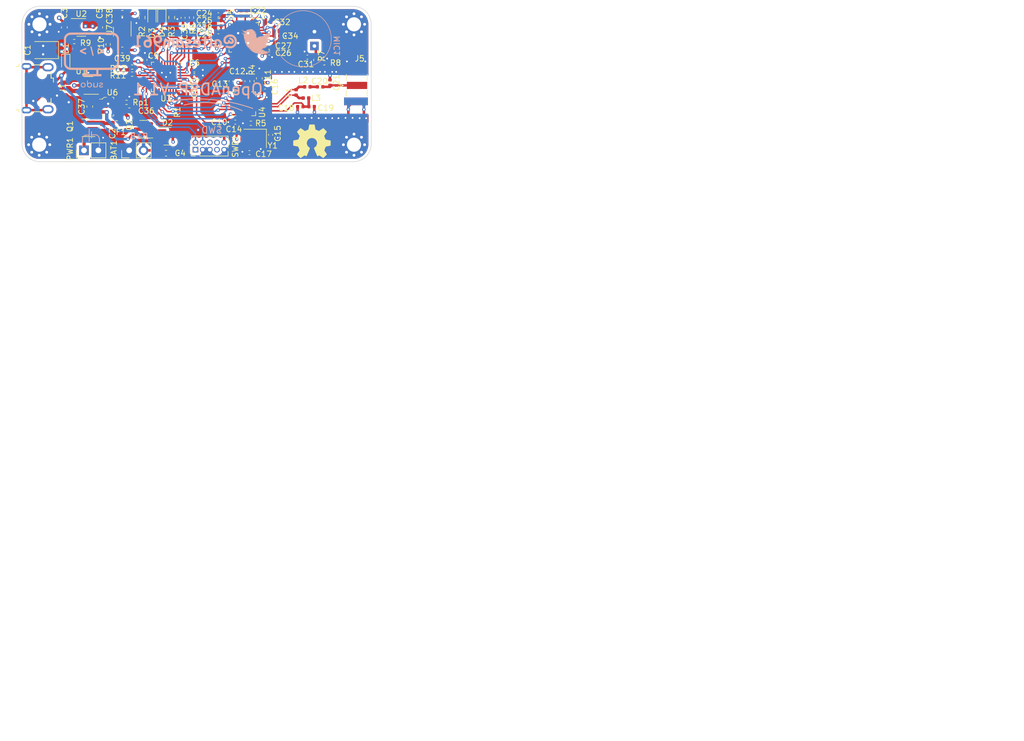
<source format=kicad_pcb>
(kicad_pcb (version 20211014) (generator pcbnew)
  (title_block (title "OpenADSP") (rev "V1.1") (company "aitesam961"))
  (layers (0 "F.Cu" signal) (1 "In1.Cu" signal) (2 "In2.Cu" signal) (31 "B.Cu" signal) (34 "B.Paste" user) (35 "F.Paste" user) (36 "B.SilkS" user "B.Silkscreen") (37 "F.SilkS" user "F.Silkscreen") (38 "B.Mask" user) (39 "F.Mask" user) (44 "Edge.Cuts" user))
  (net 0 "")
  (net 1 "+3V3")
  (net 2 "GND")
  (net 3 "+5V")
  (net 4 "NRF_XC1")
  (net 5 "NRF_XC2")
  (net 6 "NRF_VDD_PA")
  (net 7 "+BATT")
  (net 8 "NRST")
  (net 9 "Net-(D2-Pad1)")
  (net 10 "Net-(D3-Pad1)")
  (net 11 "Net-(D3-Pad2)")
  (net 12 "Net-(D4-Pad1)")
  (net 13 "SWDIO")
  (net 14 "SWCLK")
  (net 15 "NRF_ANT2")
  (net 16 "NRF_ANT1")
  (net 17 "VBUS")
  (net 18 "Net-(F1-Pad2)")
  (net 19 "Net-(R1-Pad1)")
  (net 20 "Net-(R4-Pad1)")
  (net 21 "USB_D-")
  (net 22 "USB_D+")
  (net 23 "NRF_IRQ")
  (net 24 "SPI3_SCK")
  (net 25 "SPI3_MISO")
  (net 26 "SPI3_MOSI")
  (net 27 "SPI3_!CS")
  (net 28 "NRF_CE")
  (net 29 "USB_CONN_D-")
  (net 30 "USB_CONN_D+")
  (net 31 "Net-(C2-Pad1)")
  (net 32 "Net-(C13-Pad1)")
  (net 33 "Net-(C20-Pad1)")
  (net 34 "Net-(C20-Pad2)")
  (net 35 "Net-(C31-Pad1)")
  (net 36 "Net-(D4-Pad2)")
  (net 37 "MIC_IN")
  (net 38 "Net-(U2-Pad3)")
  (net 42 "Net-(R10-Pad1)")
  (net 50 "I2C1_SCL")
  (net 51 "I2C1_SDA")
  (net 52 "+1V8")
  (net 53 "DOUT")
  (net 54 "DIN")
  (net 55 "WCLK")
  (net 56 "BCLK")
  (net 57 "MCLK")
  (net 61 "SPKM")
  (net 62 "SPKP")
  (net 65 "IO1")
  (net 66 "unconnected-(J1-Pad6)")
  (net 67 "Net-(PWR1-Pad1)")
  (net 71 "Net-(Rp1-Pad2)")
  (footprint "Diode_SMD:D_0603_1608Metric" (layer "F.Cu") (at 72.9 57.58 -90)
    (fp_text reference "D1")
    (fp_text value "D_Schottky")
  )
  (footprint "Capacitor_SMD:C_0402_1005Metric" (layer "F.Cu") (at 102.9 68.1 180)
    (fp_text reference "C14")
    (fp_text value "10n")
  )
  (footprint "Capacitor_SMD:C_0402_1005Metric" (layer "F.Cu") (at 115.65 56.6 180)
    (fp_text reference "C31")
    (fp_text value "4.7u")
  )
  (footprint "Capacitor_SMD:C_0603_1608Metric" (layer "F.Cu") (at 84.15 66.1)
    (fp_text reference "C36")
    (fp_text value "10u")
  )
  (footprint "Capacitor_SMD:C_0402_1005Metric" (layer "F.Cu") (at 104.9 48.85 90)
    (fp_text reference "C23")
    (fp_text value "100n")
  )
  (footprint "Capacitor_SMD:C_0402_1005Metric" (layer "F.Cu") (at 114.4 65.35)
    (fp_text reference "C18")
    (fp_text value "2n2")
  )
  (footprint "Inductor_SMD:L_0402_1005Metric" (layer "F.Cu") (at 115.4 63.835 180)
    (fp_text reference "L3")
    (fp_text value "2n7")
  )
  (footprint "Capacitor_SMD:C_0402_1005Metric" (layer "F.Cu") (at 95.65 59.85)
    (fp_text reference "C7")
    (fp_text value "100n")
  )
  (footprint "Connector_PinHeader_2.54mm:PinHeader_1x02_P2.54mm_Vertical" (layer "F.Cu") (at 76.125 73.1 90)
    (fp_text reference "PWR1")
    (fp_text value "Conn_01x02_Male")
  )
  (footprint "Resistor_SMD:R_0402_1005Metric" (layer "F.Cu") (at 80.4 54.33 -90)
    (fp_text reference "R10")
    (fp_text value "330")
  )
  (footprint "Capacitor_SMD:C_0402_1005Metric" (layer "F.Cu") (at 99.9 51.1 180)
    (fp_text reference "C28")
    (fp_text value "10u")
  )
  (footprint "Capacitor_SMD:C_0402_1005Metric" (layer "F.Cu") (at 94.4 62.6 -90)
    (fp_text reference "C8")
    (fp_text value "100n")
  )
  (footprint "Capacitor_SMD:C_0603_1608Metric" (layer "F.Cu") (at 79.4 69.1 -90)
    (fp_text reference "C2")
    (fp_text value "10u")
  )
  (footprint "Connector_PinHeader_2.54mm:PinHeader_1x02_P2.54mm_Vertical" (layer "F.Cu") (at 84.125 73.1 90)
    (fp_text reference "BAT1")
    (fp_text value "Conn_01x02_Male")
  )
  (footprint "Capacitor_SMD:C_0402_1005Metric" (layer "F.Cu") (at 100.15 69.35 180)
    (fp_text reference "C10")
    (fp_text value "100n")
  )
  (footprint "Capacitor_SMD:C_0402_1005Metric" (layer "F.Cu") (at 104.25 60.85 90)
    (fp_text reference "C12")
    (fp_text value "10n")
  )
  (footprint "Capacitor_SMD:C_0402_1005Metric" (layer "F.Cu") (at 102.15 60.85 90)
    (fp_text reference "C13")
    (fp_text value "33n")
  )
  (footprint "Capacitor_SMD:C_0603_1608Metric" (layer "F.Cu") (at 77.15 65.35 90)
    (fp_text reference "C37")
    (fp_text value "10u")
  )
  (footprint "Resistor_SMD:R_0402_1005Metric" (layer "F.Cu") (at 105.85 60.85 90)
    (fp_text reference "R4")
    (fp_text value "22k")
  )
  (footprint "Resistor_SMD:R_0402_1005Metric" (layer "F.Cu") (at 83.65 64.6 180)
    (fp_text reference "Rp1")
    (fp_text value "1k")
  )
  (footprint "Capacitor_SMD:C_0402_1005Metric" (layer "F.Cu") (at 117.9 61.85 180)
    (fp_text reference "C20")
    (fp_text value "1p5")
  )
  (footprint "Capacitor_SMD:C_0603_1608Metric" (layer "F.Cu") (at 82.9 48.83 180)
    (fp_text reference "C38")
    (fp_text value "10u")
  )
  (footprint "Resistor_SMD:R_0402_1005Metric" (layer "F.Cu") (at 74.4 53.83 180)
    (fp_text reference "R9")
    (fp_text value "330")
  )
  (footprint "Package_TO_SOT_SMD:SOT-23-6" (layer "F.Cu") (at 76.9 61.6 180)
    (fp_text reference "U1")
    (fp_text value "USBLC6-2SC6")
  )
  (footprint "Package_TO_SOT_SMD:SOT-23" (layer "F.Cu") (at 90.9 70.6)
    (fp_text reference "D2")
    (fp_text value "BAT54C")
  )
  (footprint "Connector_USB:USB_Micro-B_Wuerth_629105150521" (layer "F.Cu") (at 67.9 62.1 -90)
    (fp_text reference "J1")
    (fp_text value "USB_B_Micro")
  )
  (footprint "Connector_PinHeader_1.27mm:PinHeader_2x05_P1.27mm_Vertical" (layer "F.Cu") (at 95.85 72.975 90)
    (fp_text reference "SWD1")
    (fp_text value "ARM 10pin")
  )
  (footprint "Package_TO_SOT_SMD:SOT-23" (layer "F.Cu") (at 86.65 69.35 180)
    (fp_text reference "Q2")
    (fp_text value "AO3401A")
  )
  (footprint "Resistor_SMD:R_0402_1005Metric" (layer "F.Cu") (at 84.65 58.35)
    (fp_text reference "R12")
    (fp_text value "2k2")
  )
  (footprint "Package_TO_SOT_SMD:SOT-23-5" (layer "F.Cu") (at 75.65 51.33)
    (fp_text reference "U2")
    (fp_text value "AP2112K-3.3")
  )
  (footprint "Inductor_SMD:L_0402_1005Metric" (layer "F.Cu") (at 115.65 61.85)
    (fp_text reference "L2")
    (fp_text value "3n9")
  )
  (footprint "Capacitor_SMD:C_0402_1005Metric" (layer "F.Cu") (at 99.9 50.1 180)
    (fp_text reference "C25")
    (fp_text value "100n")
  )
  (footprint "Resistor_SMD:R_0402_1005Metric" (layer "F.Cu") (at 117.15 57.1 -90)
    (fp_text reference "R7")
    (fp_text value "330")
  )
  (footprint "Fuse:Fuse_0603_1608Metric" (layer "F.Cu") (at 81.9 68.35)
    (fp_text reference "F1")
    (fp_text value "800mA")
  )
  (footprint "Capacitor_SMD:C_0402_1005Metric" (layer "F.Cu") (at 93.65 49.62 -90)
    (fp_text reference "C30")
    (fp_text value "100n")
  )
  (footprint "Capacitor_SMD:C_0402_1005Metric" (layer "F.Cu") (at 110.25 52.85)
    (fp_text reference "C34")
    (fp_text value "100n")
  )
  (footprint "digikey-footprints:SOT-753" (layer "F.Cu") (at 80.4 65.35 -90)
    (fp_text reference "U6")
    (fp_text value "MCP73831T-2ATI_OT")
  )
  (footprint "Capacitor_SMD:C_0402_1005Metric" (layer "F.Cu") (at 99.9 52.1 180)
    (fp_text reference "C29")
    (fp_text value "100n")
  )
  (footprint "MountingHole:MountingHole_2.5mm_Pad_Via" (layer "F.Cu") (at 68.2 72.1)
    (fp_text reference "H4" hide)
    (fp_text value "MountingHole_Pad")
  )
  (footprint "Capacitor_SMD:C_0402_1005Metric" (layer "F.Cu") (at 105.4 73.5 180)
    (fp_text reference "C17")
    (fp_text value "12p")
  )
  (footprint "Capacitor_SMD:C_0402_1005Metric" (layer "F.Cu") (at 86.9 57.08 90)
    (fp_text reference "C9")
    (fp_text value "100n")
  )
  (footprint "Capacitor_SMD:C_0402_1005Metric" (layer "F.Cu") (at 108.9 55.85)
    (fp_text reference "C26")
    (fp_text value "10u")
  )
  (footprint "Capacitor_SMD:C_0402_1005Metric" (layer "F.Cu") (at 95.65 58.85)
    (fp_text reference "C6")
    (fp_text value "1u")
  )
  (footprint "Symbol:OSHW-Symbol_6.7x6mm_SilkScreen" (layer "F.Cu") (at 116.45 71.5)
    (fp_text reference "REF**" hide)
    (fp_text value "OSHW-Symbol_6.7x6mm_SilkScreen" hide)
  )
  (footprint "Capacitor_SMD:C_0402_1005Metric" (layer "F.Cu") (at 108.7 50.4)
    (fp_text reference "C32")
    (fp_text value "22u")
  )
  (footprint "Capacitor_SMD:C_0603_1608Metric" (layer "F.Cu") (at 82.9 55.33 180)
    (fp_text reference "C39")
    (fp_text value "10u")
  )
  (footprint "Capacitor_SMD:C_0402_1005Metric" (layer "F.Cu") (at 108.9 54.85)
    (fp_text reference "C27")
    (fp_text value "100n")
  )
  (footprint "Resistor_SMD:R_0402_1005Metric" (layer "F.Cu") (at 105.65 68.3)
    (fp_text reference "R5")
    (fp_text value "1M")
  )
  (footprint "Capacitor_SMD:C_0402_1005Metric" (layer "F.Cu") (at 116.4 65.35 180)
    (fp_text reference "C19")
    (fp_text value "4p7")
  )
  (footprint "MountingHole:MountingHole_2.5mm_Pad_Via" (layer "F.Cu") (at 68.25 50.78)
    (fp_text reference "H2" hide)
    (fp_text value "MountingHole_Pad")
  )
  (footprint "Capacitor_SMD:C_0603_1608Metric" (layer "F.Cu") (at 90.65 73.6)
    (fp_text reference "C4")
    (fp_text value "10u")
  )
  (footprint "Fiducial:Fiducial_0.75mm_Mask1.5mm" (layer "F.Cu") (at 124.9 55.1)
    (fp_text reference "FID2" hide)
    (fp_text value "Fiducial")
  )
  (footprint "Package_TO_SOT_SMD:SOT-23" (layer "F.Cu") (at 76.4 69.1 180)
    (fp_text reference "Q1")
    (fp_text value "AO3401A")
  )
  (footprint "Capacitor_SMD:C_0603_1608Metric" (layer "F.Cu") (at 72.65 51.33 -90)
    (fp_text reference "C3")
    (fp_text value "10u")
  )
  (footprint "Inductor_SMD:L_0402_1005Metric" (layer "F.Cu") (at 113.65 62.835 -90)
    (fp_text reference "L1")
    (fp_text value "8n2")
  )
  (footprint "Resistor_SMD:R_0402_1005Metric" (layer "F.Cu") (at 84.65 59.6 180)
    (fp_text reference "R11")
    (fp_text value "2k2")
  )
  (footprint "Capacitor_SMD:C_0402_1005Metric" (layer "F.Cu") (at 108.15 62.6)
    (fp_text reference "C16")
    (fp_text value "10n")
  )
  (footprint "Package_DFN_QFN:VQFN-32-1EP_5x5mm_P0.5mm_EP3.5x3.5mm" (layer "F.Cu") (at 104.4 53.1)
    (fp_text reference "U5")
    (fp_text value "TLV320AIC3100")
  )
  (footprint "LED_SMD:LED_0603_1608Metric" (layer "F.Cu") (at 88.15 49.6 -90)
    (fp_text reference "D3")
    (fp_text value "GR")
  )
  (footprint "Capacitor_SMD:C_0402_1005Metric" (layer "F.Cu") (at 103.9 48.85 90)
    (fp_text reference "C22")
    (fp_text value "10u")
  )
  (footprint "MountingHole:MountingHole_2.5mm_Pad_Via" (layer "F.Cu") (at 123.9 72.1)
    (fp_text reference "H3" hide)
    (fp_text value "MountingHole_Pad")
  )
  (footprint "Resistor_SMD:R_0402_1005Metric" (layer "F.Cu") (at 95.15 49.6 -90)
    (fp_text reference "R6")
    (fp_text value "10k")
  )
  (footprint "Resistor_SMD:R_0603_1608Metric" (layer "F.Cu") (at 91.65 49.58 -90)
    (fp_text reference "R3")
    (fp_text value "2k2")
  )
  (footprint "Capacitor_Tantalum_SMD:CP_EIA-3528-12_Kemet-T" (layer "F.Cu") (at 69.15 55.35 180)
    (fp_text reference "C1")
    (fp_text value "C_Polarized")
  )
  (footprint "Capacitor_SMD:C_0402_1005Metric" (layer "F.Cu") (at 109.15 70.35 -90)
    (fp_text reference "C15")
    (fp_text value "12p")
  )
  (footprint "Crystal:Crystal_SMD_3225-4Pin_3.2x2.5mm" (layer "F.Cu") (at 106.4 71 180)
    (fp_text reference "Y1")
    (fp_text value "16MHz")
  )
  (footprint "Fiducial:Fiducial_0.75mm_Mask1.5mm" (layer "F.Cu") (at 67.15 62.6)
    (fp_text reference "FID1" hide)
    (fp_text value "Fiducial")
  )
  (footprint "Resistor_SMD:R_0603_1608Metric" (layer "F.Cu") (at 86.4 49.58 -90)
    (fp_text reference "R2")
    (fp_text value "2k2")
  )
  (footprint "Connector_Coaxial:SMA_Samtec_SMA-J-P-X-ST-EM1_EdgeMount" (layer "F.Cu") (at 124.2375 61.6 90)
    (fp_text reference "J5")
    (fp_text value "SMA")
  )
  (footprint "Capacitor_SMD:C_0603_1608Metric" (layer "F.Cu") (at 78.9 51.33 -90)
    (fp_text reference "C5")
    (fp_text value "10u")
  )
  (footprint "MountingHole:MountingHole_2.5mm_Pad_Via" (layer "F.Cu") (at 123.9 50.78)
    (fp_text reference "H1" hide)
    (fp_text value "MountingHole_Pad")
  )
  (footprint "Package_TO_SOT_SMD:SOT-23-5" (layer "F.Cu") (at 82.9 52.08 -90)
    (fp_text reference "U7")
    (fp_text value "AP2112K-1.8")
  )
  (footprint "Package_DFN_QFN:QFN-20-1EP_4x4mm_P0.5mm_EP2.5x2.5mm" (layer "F.Cu") (at 104.4 64.85)
    (fp_text reference "U4")
    (fp_text value "nRF24L01P")
  )
  (footprint "Capacitor_SMD:C_0402_1005Metric" (layer "F.Cu") (at 99.9 49.1 180)
    (fp_text reference "C24")
    (fp_text value "10u")
  )
  (footprint "Capacitor_SMD:C_0603_1608Metric" (layer "F.Cu") (at 107.15 60.35 90)
    (fp_text reference "C11")
    (fp_text value "10u")
  )
  (footprint "Resistor_SMD:R_0402_1005Metric" (layer "F.Cu") (at 118.65 57.6 180)
    (fp_text reference "R8")
    (fp_text value "5.1k")
  )
  (footprint "LED_SMD:LED_0603_1608Metric" (layer "F.Cu") (at 89.9 49.6 -90)
    (fp_text reference "D4")
    (fp_text value "YE")
  )
  (footprint "Package_DFN_QFN:QFN-32-1EP_5x5mm_P0.5mm_EP3.45x3.45mm" (layer "F.Cu") (at 90.65 60.1 180)
    (fp_text reference "U3")
    (fp_text value "STM32L432KBU6")
  )
  (footprint "Resistor_SMD:R_0402_1005Metric" (layer "F.Cu") (at 92.4 64.6 -90)
    (fp_text reference "R1")
    (fp_text value "10k")
  )
  (footprint "Capacitor_SMD:C_0402_1005Metric" (layer "F.Cu") (at 119.65 61.1 -90)
    (fp_text reference "C21")
    (fp_text value "1p")
  )
  (footprint "Logos:aitesam961" (layer "B.Cu") (at 97.35 53.2 180)
    (fp_text reference "G***" hide)
    (fp_text value "LOGO" hide)
  )
  (footprint "Logos:sudoV1.0" (layer "B.Cu") (at 77.356049 57.505363 180)
    (fp_text reference "G***" hide)
    (fp_text value "LOGO" hide)
  )
  (footprint "digikey-footprints:Mic_CMA-4544PF-W" (layer "B.Cu") (at 114.9 53.35)
    (fp_text reference "MIC1")
    (fp_text value "CMA-4544PF-W")
  )
  (gr_poly (pts (xy 126.4 68.1) (xy 109.4 67.85) (xy 109.4 66.85) (xy 126.4 66.85)) (layer "F.Cu") (width 0.2) (fill solid))
  (gr_poly (pts (xy 73.9 53.6) (xy 73.9 57.1) (xy 73.65 57.35) (xy 71.9 57.35) (xy 71.15 56.6) (xy 70.15 56.6) (xy 69.9 56.35) (xy 69.9 54.1) (xy 70.9 53.1) (xy 73.4 53.1)) (layer "F.Cu") (width 0.2) (fill solid))
  (gr_poly (pts (xy 121.4 59.6) (xy 109.4 59.6) (xy 109.4 58.6) (xy 121.4 58.6)) (layer "F.Cu") (width 0.2) (fill solid))
  (gr_line (start 77.45 69.8) (end 77.45 70.9) (layer "B.SilkS") (width 0.15))
  (gr_line (start 78.869261 71.135554) (end 78.85 72.4) (layer "B.SilkS") (width 0.15))
  (gr_line (start 77.05 69.3) (end 77.05 71.5) (layer "B.SilkS") (width 0.15))
  (gr_line (start 77.05 70.4) (end 76.45 70.4) (layer "B.SilkS") (width 0.15))
  (gr_line (start 77.45 70.35) (end 78.269261 70.335554) (layer "B.SilkS") (width 0.15))
  (gr_line (start 75.852265 71.2) (end 75.85 72.4) (layer "B.SilkS") (width 0.15))
  (gr_arc (start 91.156179 64.444721) (mid 98.65 64.1) (end 105.98407 65.677218) (layer "B.SilkS") (width 0.15))
  (gr_arc (start 78.269261 70.335554) (mid 78.69154 70.643845) (end 78.869261 71.135554) (layer "B.SilkS") (width 0.15))
  (gr_arc (start 93.814629 65.079319) (mid 99.05 64.7) (end 104.114629 66.079319) (layer "B.SilkS") (width 0.15))
  (gr_arc (start 75.852265 71.2) (mid 76.015148 70.659996) (end 76.515685 70.4) (layer "B.SilkS") (width 0.15))
  (gr_arc (start 123.765882 47.591301) (mid 126.025 48.55) (end 126.940781 50.826854) (layer "Edge.Cuts") (width 0.1))
  (gr_arc (start 68.334118 75.108699) (mid 66.075 74.15) (end 65.159219 71.873146) (layer "Edge.Cuts") (width 0.1))
  (gr_line (start 68.334118 75.108699) (end 123.723146 75.115781) (layer "Edge.Cuts") (width 0.1))
  (gr_arc (start 65.139447 50.749899) (mid 66.098146 48.490781) (end 68.375 47.575) (layer "Edge.Cuts") (width 0.1))
  (gr_arc (start 126.958699 71.940882) (mid 126 74.2) (end 123.723146 75.115781) (layer "Edge.Cuts") (width 0.1))
  (gr_line (start 65.139447 50.749899) (end 65.159219 71.873146) (layer "Edge.Cuts") (width 0.1))
  (gr_line (start 126.940781 50.826854) (end 126.958699 71.940882) (layer "Edge.Cuts") (width 0.1))
  (gr_line (start 68.375 47.575) (end 123.765882 47.591301) (layer "Edge.Cuts") (width 0.1))
  (gr_text "B+\n" (at 86.35 70.6) (layer "B.SilkS") (effects (font (size 1 1)) (justify mirror)))
  (gr_text "OpenADSP V1.1" (at 96.25 62.3) (layer "B.SilkS") (effects (font (size 2 2) (thickness 0.3)) (justify mirror)))
  (gr_text "SWD\n" (at 98.75 69.5) (layer "B.SilkS") (effects (font (size 1.2 1.2)) (justify mirror)))
  (gr_text "B-" (at 84.15 70.6) (layer "B.SilkS") (effects (font (size 1 1)) (justify mirror)))
  (segment (start 94.13 61.85) (end 94.4 62.12) (width 0.27) (layer "F.Cu") (net 1))
  (segment (start 101.15 50.6) (end 101.15 51.6) (width 0.27) (layer "F.Cu") (net 1))
  (segment (start 82.15 58.85) (end 83.9 58.85) (width 0.6) (layer "F.Cu") (net 1))
  (segment (start 84.14 57.86) (end 84.14 58.35) (width 0.35) (layer "F.Cu") (net 1))
  (segment (start 103.15 68.85) (end 103.39048 68.60952) (width 0.45) (layer "F.Cu") (net 1))
  (segment (start 100.9 49.35) (end 100.894013 49.344013) (width 0.27) (layer "F.Cu") (net 1))
  (segment (start 104.9 49.33) (end 103.9 49.33) (width 0.27) (layer "F.Cu") (net 1))
  (segment (start 100.9 49.85) (end 100.9 49.6) (width 0.27) (layer "F.Cu") (net 1))
  (segment (start 104.4 61.33) (end 104.4 62.9125) (width 0.27) (layer "F.Cu") (net 1))
  (segment (start 85.69 57.35) (end 84.65 57.35) (width 0.35) (layer "F.Cu") (net 1))
  (segment (start 100.655987 49.344013) (end 100.42 49.58) (width 0.27) (layer "F.Cu") (net 1))
  (segment (start 78.725 50.38) (end 78.9 50.555) (width 0.45) (layer "F.Cu") (net 1))
  (segment (start 101.15 49.1) (end 100.38 49.1) (width 0.27) (layer "F.Cu") (net 1))
  (segment (start 103.15 71.1) (end 103.15 68.85) (width 0.45) (layer "F.Cu") (net 1))
  (segment (start 95.17 58.85) (end 95.17 59.85) (width 0.27) (layer "F.Cu") (net 1))
  (segment (start 107.15 61.125) (end 107.15 62.08) (width 0.6) (layer "F.Cu") (net 1))
  (segment (start 108.2 55.85) (end 107.65 56.4) (width 0.27) (layer "F.Cu") (net 1))
  (segment (start 100.38 49.58) (end 100.38 49.83) (width 0.27) (layer "F.Cu") (net 1))
  (segment (start 104.13548 61.21548) (end 103.51548 61.21548) (width 0.6) (layer "F.Cu") (net 1))
  (segment (start 87.4 58.35) (end 86.9 57.85) (width 0.27) (layer "F.Cu") (net 1))
  (segment (start 100.38 49.1) (end 100.38 49.58) (width 0.27) (layer "F.Cu") (net 1))
  (segment (start 104.910544 49.319456) (end 104.9 49.33) (width 0.27) (layer "F.Cu") (net 1))
  (segment (start 104.65 49.58) (end 104.65 50.65) (width 0.27) (layer "F.Cu") (net 1))
  (segment (start 88.2125 58.35) (end 87.4 58.35) (width 0.27) (layer "F.Cu") (net 1))
  (segment (start 100.9 49.85) (end 100.63 49.58) (width 0.27) (layer "F.Cu") (net 1))
  (segment (start 101.382039 49.344013) (end 100.894013 49.344013) (width 0.27) (layer "F.Cu") (net 1))
  (segment (start 100.4 49.85) (end 100.38 49.83) (width 0.27) (layer "F.Cu") (net 1))
  (segment (start 104.9 49.33) (end 104.65 49.58) (width 0.27) (layer "F.Cu") (net 1))
  (segment (start 101.382039 49.344013) (end 101.382039 49.332039) (width 0.27) (layer "F.Cu") (net 1))
  (segment (start 94.667805 62.12) (end 94.4 62.12) (width 0.6) (layer "F.Cu") (net 1))
  (segment (start 108.42 54.85) (end 106.85 54.85) (width 0.27) (layer "F.Cu") (net 1))
  (segment (start 101.15 51.6) (end 101.4 51.85) (width 0.27) (layer "F.Cu") (net 1))
  (segment (start 100.65 50.1) (end 101.15 50.6) (width 0.27) (layer "F.Cu") (net 1))
  (segment (start 108.42 55.85) (end 108.42 54.85) (width 0.27) (layer "F.Cu") (net 1))
  (segment (start 100.38 49.83) (end 100.38 50.1) (width 0.27) (layer "F.Cu") (net 1))
  (segment (start 107.15 63.85) (end 107.4 63.6) (width 0.27) (layer "F.Cu") (net 1))
  (segment (start 101.382039 49.332039) (end 101.15 49.1) (width 0.27) (layer "F.Cu") (net 1))
  (segment (start 105.614683 49.319456) (end 104.910544 49.319456) (width 0.27) (layer "F.Cu") (net 1))
  (segment (start 95.17 58.13) (end 95.4 57.9) (width 0.27) (layer "F.Cu") (net 1))
  (segment (start 95.17 58.85) (end 95.17 58.13) (width 0.27) (layer "F.Cu") (net 1))
  (segment (start 93.0875 61.85) (end 94.13 61.85) (width 0.27) (layer "F.Cu") (net 1))
  (segment (start 101.15 49.35) (end 100.9 49.1) (width 0.27) (layer "F.Cu") (net 1))
  (segment (start 86.9 57.85) (end 86.9 57.56) (width 0.27) (layer "F.Cu") (net 1))
  (segment (start 103.51548 61.21548) (end 103.4 61.1) (width 0.6) (layer "F.Cu") (net 1))
  (segment (start 107.67 63.33) (end 107.67 62.6) (width 0.27) (layer "F.Cu") (net 1))
  (segment (start 103.39048 68.60952) (end 103.39048 68.11048) (width 0.45) (layer "F.Cu") (net 1))
  (segment (start 108.65 61.1) (end 108.625 61.125) (width 0.6) (layer "F.Cu") (net 1))
  (segment (start 85.9 57.56) (end 86.9 57.56) (width 0.35) (layer "F.Cu") (net 1))
  (segment (start 100.9 49.6) (end 101.15 49.35) (width 0.27) (layer "F.Cu") (net 1))
  (segment (start 95.17 59.85) (end 95.17 60.22) (width 0.27) (layer "F.Cu") (net 1))
  (segment (start 104.25 61.33) (end 104.13548 61.21548) (width 0.6) (layer "F.Cu") (net 1))
  (segment (start 85.69 57.35) (end 85.9 57.56) (width 0.35) (layer "F.Cu") (net 1))
  (segment (start 107.15 62.08) (end 107.67 62.6) (width 0.6) (layer "F.Cu") (net 1))
  (segment (start 108.625 61.125) (end 107.15 61.125) (width 0.6) (layer "F.Cu") (net 1))
  (segment (start 100.63 49.58) (end 100.38 49.58) (width 0.27) (layer "F.Cu") (net 1))
  (segment (start 95.17 60.22) (end 95.65 60.65) (width 0.27) (layer "F.Cu") (net 1))
  (segment (start 100.38 50.1) (end 100.65 50.1) (width 0.27) (layer "F.Cu") (net 1))
  (segment (start 100.865987 49.344013) (end 100.63 49.58) (width 0.27) (layer "F.Cu") (net 1))
  (segment (start 100.9 49.85) (end 100.4 49.85) (width 0.27) (layer "F.Cu") (net 1))
  (segment (start 84.14 58.35) (end 84.14 59.6) (width 0.35) (layer "F.Cu") (net 1))
  (segment (start 107.525 63.475) (end 107.67 63.33) (width 0.27) (layer "F.Cu") (net 1))
  (segment (start 103.9 67.58) (end 103.38 68.1) (width 0.27) (layer "F.Cu") (net 1))
  (segment (start 100.9 49.85) (end 100.9 49.35) (width 0.27) (layer "F.Cu") (net 1))
  (segment (start 101.382039 49.344013) (end 100.865987 49.344013) (width 0.27) (layer "F.Cu") (net 1))
  (segment (start 84.65 57.35) (end 84.14 57.86) (width 0.35) (layer "F.Cu") (net 1))
  (segment (start 95.65 60.65) (end 95.6 60.65) (width 0.27) (layer "F.Cu") (net 1))
  (segment (start 108.42 55.85) (end 108.2 55.85) (width 0.27) (layer "F.Cu") (net 1))
  (segment (start 101.4 51.85) (end 101.95 51.85) (width 0.27) (layer "F.Cu") (net 1))
  (segment (start 100.42 49.58) (end 100.38 49.58) (width 0.27) (layer "F.Cu") (net 1))
  (segment (start 103.39048 68.11048) (end 103.38 68.1) (width 0.45) (layer "F.Cu") (net 1))
  (segment (start 76.7875 50.38) (end 78.725 50.38) (width 0.45) (layer "F.Cu") (net 1))
  (segment (start 106.3375 63.85) (end 107.15 63.85) (width 0.27) (layer "F.Cu") (net 1))
  (segment (start 95.15 50.11) (end 95.15 51.1) (width 0.6) (layer "F.Cu") (net 1))
  (segment (start 95.17 59.85) (end 93.0875 59.85) (width 0.27) (layer "F.Cu") (net 1))
  (segment (start 105.614683 49.319456) (end 105.604139 49.33) (width 0.27) (layer "F.Cu") (net 1))
  (segment (start 95.397805 62.85) (end 94.667805 62.12) (width 0.6) (layer "F.Cu") (net 1))
  (segment (start 100.894013 49.344013) (end 100.655987 49.344013) (width 0.27) (layer "F.Cu") (net 1))
  (segment (start 100.9 49.1) (end 100.38 49.1) (width 0.27) (layer "F.Cu") (net 1))
  (segment (start 103.9 67.58) (end 103.9 66.7875) (width 0.27) (layer "F.Cu") (net 1))
  (segment (start 107.4 63.6) (end 107.525 63.475) (width 0.27) (layer "F.Cu") (net 1))
  (via (at 105.614683 49.319456) (size 0.61) (drill 0.31) (layers "F.Cu" "B.Cu") (net 1))
  (via (at 101.382039 49.344013) (size 0.61) (drill 0.31) (layers "F.Cu" "B.Cu") (net 1))
  (via (at 82.15 58.85) (size 0.8) (drill 0.4) (layers "F.Cu" "B.Cu") (net 1))
  (via (at 95.4 57.9) (size 0.61) (drill 0.31) (layers "F.Cu" "B.Cu") (net 1))
  (via (at 107.65 56.4) (size 0.61) (drill 0.31) (layers "F.Cu" "B.Cu") (net 1))
  (via (at 103.15 71.1) (size 0.61) (drill 0.31) (layers "F.Cu" "B.Cu") (net 1))
  (via (at 95.15 51.1) (size 0.61) (drill 0.31) (layers "F.Cu" "B.Cu") (net 1))
  (via (at 76.4 51.1) (size 0.8) (drill 0.4) (layers "F.Cu" "B.Cu") (net 1))
  (via (at 83.15 58.85) (size 0.8) (drill 0.4) (layers "F.Cu" "B.Cu") (net 1))
  (via (at 100.9 49.85) (size 0.61) (drill 0.31) (layers "F.Cu" "B.Cu") (net 1))
  (via (at 77.65 51.1) (size 0.8) (drill 0.4) (layers "F.Cu" "B.Cu") (net 1))
  (via (at 95.397805 62.85) (size 0.61) (drill 0.31) (layers "F.Cu" "B.Cu") (net 1))
  (via (at 85.69 57.35) (size 0.8) (drill 0.4) (layers "F.Cu" "B.Cu") (net 1))
  (via (at 108.65 61.1) (size 0.61) (drill 0.31) (layers "F.Cu" "B.Cu") (net 1))
  (via (at 95.65 60.65) (size 0.61) (drill 0.31) (layers "F.Cu" "B.Cu") (net 1))
  (via (at 103.4 61.1) (size 0.61) (drill 0.31) (layers "F.Cu" "B.Cu") (net 1))
  (via (at 107.525 63.475) (size 0.61) (drill 0.31) (layers "F.Cu" "B.Cu") (net 1))
  (segment (start 102.869456 49.319456) (end 102.4 48.85) (width 0.5) (layer "B.Cu") (net 1))
  (segment (start 105.614683 49.319456) (end 102.869456 49.319456) (width 0.5) (layer "B.Cu") (net 1))
  (segment (start 101.876052 48.85) (end 101.382039 49.344013) (width 0.5) (layer "B.Cu") (net 1))
  (segment (start 102.4 48.85) (end 101.876052 48.85) (width 0.5) (layer "B.Cu") (net 1))
  (segment (start 88.9 57.1) (end 88.4 56.6) (width 0.27) (layer "F.Cu") (net 2))
  (segment (start 104.92 73.35) (end 104.15 73.35) (width 0.27) (layer "F.Cu") (net 2))
  (segment (start 105.9 70.35) (end 107.25 71.7) (width 0.27) (layer "F.Cu") (net 2))
  (segment (start 67.9 54.6) (end 68.9 54.6) (width 0.45) (layer "F.Cu") (net 2))
  (segment (start 77.15 61.6) (end 76.9 61.85) (width 0.45) (layer "F.Cu") (net 2))
  (segment (start 67.65 64.35) (end 68.6 63.4) (width 0.45) (layer "F.Cu") (net 2))
  (segment (start 93.11 49.14) (end 92.9 49.35) (width 0.45) (layer "F.Cu") (net 2))
  (segment (start 92.9 49.35) (end 92.9 49.6) (width 0.45) (layer "F.Cu") (net 2))
  (segment (start 73.67 51.33) (end 72.895 52.105) (width 0.45) (layer "F.Cu") (net 2))
  (segment (start 122.9 65.35) (end 123.825 64.425) (width 0.45) (layer "F.Cu") (net 2))
  (segment (start 92.9 73.6) (end 91.425 73.6) (width 0.45) (layer "F.Cu") (net 2))
  (segment (start 123.325 58.775) (end 122.65 58.1) (width 0.45) (layer "F.Cu") (net 2))
  (segment (start 124.975 64.425) (end 124.2375 64.425) (width 0.45) (layer "F.Cu") (net 2))
  (segment (start 104.9 48.37) (end 103.17 48.37) (width 0.45) (layer "F.Cu") (net 2))
  (segment (start 101.95 50.9) (end 101.9 50.85) (width 0.27) (layer "F.Cu") (net 2))
  (segment (start 119.16 57.6) (end 119.16 56.86) (width 0.45) (layer "F.Cu") (net 2))
  (segment (start 104.4 67.95) (end 104.4 66.7875) (width 0.27) (layer "F.Cu") (net 2))
  (segment (start 76.9 61.85) (end 76.9 64.325) (width 0.45) (layer "F.Cu") (net 2))
  (segment (start 105.65 70.35) (end 105.9 70.35) (width 0.27) (layer "F.Cu") (net 2))
  (segment (start 69.8 63.4) (end 71.35 63.4) (width 0.45) (layer "F.Cu") (net 2))
  (segment (start 102.423049 51.38452) (end 102.68452 51.38452) (width 0.27) (layer "F.Cu") (net 2))
  (segment (start 87.65 56.6) (end 86.9 56.6) (width 0.27) (layer "F.Cu") (net 2))
  (segment (start 109.15 71.35) (end 108.8 71.7) (width 0.45) (layer "F.Cu") (net 2))
  (segment (start 96.13 58.85) (end 96.13 59.85) (width 0.6) (layer "F.Cu") (net 2))
  (segment (start 92.205 49.85) (end 91.65 50.405) (width 0.45) (layer "F.Cu") (net 2))
  (segment (start 104.15 52.85) (end 104.4 53.1) (width 0.27) (layer "F.Cu") (net 2))
  (segment (start 93.25 62.85) (end 92.7125 62.85) (width 0.33) (layer "F.Cu") (net 2))
  (segment (start 82.895 49.6) (end 82.125 48.83) (width 0.6) (layer "F.Cu") (net 2))
  (segment (start 109.18 49.82) (end 109.18 50.4) (width 0.45) (layer "F.Cu") (net 2))
  (segment (start 106.3145 48.37) (end 104.9 48.37) (width 0.45) (layer "F.Cu") (net 2))
  (segment (start 99.67 69.35) (end 96.445228 69.35) (width 0.45) (layer "F.Cu") (net 2))
  (segment (start 120.75 59.2) (end 107.75 59.2) (width 0.45) (layer "F.Cu") (net 2))
  (segment (start 126.05 67.4) (end 109.35 67.4) (width 0.45) (layer "F.Cu") (net 2))
  (segment (start 80.4 65.1) (end 80.4 64.85) (width 0.45) (layer "F.Cu") (net 2))
  (segment (start 82.9 49.6) (end 82.895 49.6) (width 0.6) (layer "F.Cu") (net 2))
  (segment (start 110.4 70.85) (end 110.38 70.83) (width 0.45) (layer "F.Cu") (net 2))
  (segment (start 67.6125 54.8875) (end 67.9 54.6) (width 0.45) (layer "F.Cu") (net 2))
  (segment (start 92.9 49.6) (end 92.65 49.85) (width 0.45) (layer "F.Cu") (net 2))
  (segment (start 113.9 67.15) (end 114.15 67.4) (width 0.45) (layer "F.Cu") (net 2))
  (segment (start 84.16 64.6) (end 84.4 64.6) (width 0.6) (layer "F.Cu") (net 2))
  (segment (start 104.95 59.5) (end 104.95 60.3) (width 0.27) (layer "F.Cu") (net 2))
  (segment (start 102.68452 51.38452) (end 104.4 53.1) (width 0.27) (layer "F.Cu") (net 2))
  (segment (start 107.75 59.2) (end 107.15 58.6) (width 0.45) (layer "F.Cu") (net 2))
  (segment (start 109.15 70.83) (end 109.15 71.35) (width 0.45) (layer "F.Cu") (net 2))
  (segment (start 109.38 54.85) (end 109.38 56.58) (width 0.27) (layer "F.Cu") (net 2))
  (segment (start 76.9 61.85) (end 76.9 59.35) (width 0.45) (layer "F.Cu") (net 2))
  (segment (start 119.16 56.86) (end 119.15 56.85) (width 0.45) (layer "F.Cu") (net 2))
  (segment (start 104.9 61.95) (end 104.95 61.9) (width 0.27) (layer "F.Cu") (net 2))
  (segment (start 125.65 65.1) (end 124.975 64.425) (width 0.45) (layer "F.Cu") (net 2))
  (segment (start 116.9 66.35) (end 116.9 66.85) (width 0.45) (layer "F.Cu") (net 2))
  (segment (start 99.42 49.62) (end 99.42 51.1) (width 0.27) (layer "F.Cu") (net 2))
  (segment (start 102.388529 51.35) (end 102.423049 51.38452) (width 0.27) (layer "F.Cu") (net 2))
  (segment (start 93.48 63.08) (end 94.4 63.08) (width 0.33) (layer "F.Cu") (net 2))
  (segment (start 115.15 55.6) (end 115.17 55.62) (width 0.45) (layer "F.Cu") (net 2))
  (segment (start 103.4 52.35) (end 105.4 54.35) (width 0.27) (layer "F.Cu") (net 2))
  (segment (start 125.9 58.35) (end 125.9 57.35) (width 0.45) (layer "F.Cu") (net 2))
  (segment (start 73.425 64.575) (end 77.15 64.575) (width 0.45) (layer "F.Cu") (net 2))
  (segment (start 107.15 58.6) (end 107.15 59.575) (width 0.6) (layer "F.Cu") (net 2))
  (segment (start 125.65 67) (end 126.05 67.4) (width 0.45) (layer "F.Cu") (net 2))
  (segment (start 67.6125 55.8125) (end 67.9 56.1) (width 0.45) (layer "F.Cu") (net 2))
  (segment (start 84.125 73.1) (end 78.665 73.1) (width 0.45) (layer "F.Cu") (net 2))
  (segment (start 67.6125 55.35) (end 67.6125 54.8875) (width 0.45) (layer "F.Cu") (net 2))
  (segment (start 105.65 60.34) (end 104.99 60.34) (width 0.27) (layer "F.Cu") (net 2))
  (segment (start 101.7 60.3) (end 101.15 60.85) (width 0.27) (layer "F.Cu") (net 2))
  (segment (start 104.99 60.34) (end 104.95 60.3) (width 0.27) (layer "F.Cu") (net 2))
  (segment (start 86.9 56.6) (end 86.9 55.85) (width 0.6) (layer "F.Cu") (net 2))
  (segment (start 67.9 56.1) (end 68.9 56.1) (width 0.45) (layer "F.Cu") (net 2))
  (segment (start 123.825 64.425) (end 124.2375 64.425) (width 0.45) (layer "F.Cu") (net 2))
  (segment (start 93.25 62.85) (end 93.48 63.08) (width 0.33) (layer "F.Cu") (net 2))
  (segment (start 104.15 50.65) (end 104.15 52.85) (width 0.27) (layer "F.Cu") (net 2))
  (segment (start 113.9 66.35) (end 113.92 66.33) (width 0.45) (layer "F.Cu") (net 2))
  (segment (start 78.9 52.105) (end 78.9 53.1) (width 0.45) (layer "F.Cu") (net 2))
  (segment (start 93.65 49.14) (end 93.11 49.14) (width 0.45) (layer "F.Cu") (net 2))
  (segment (start 79.516783 70.856541) (end 79.4 70.85) (width 0.6) (layer "F.Cu") (net 2))
  (segment (start 107.15 59.575) (end 106.415 59.575) (width 0.27) (layer "F.Cu") (net 2))
  (segment (start 108.45 63.7) (end 107.8 64.35) (width 0.27) (layer "F.Cu") (net 2))
  (segment (start 110.4 70.85) (end 110.4 67.9) (width 0.45) (layer "F.Cu") (net 2))
  (segment (start 106.15 50.65) (end 106.15 51.122011) (width 0.27) (layer "F.Cu") (net 2))
  (segment (start 79.225 70.05) (end 79.4 69.875) (width 0.6) (layer "F.Cu") (net 2))
  (segment (start 104.25 68.1) (end 104.4 67.95) (width 0.27) (layer "F.Cu") (net 2))
  (segment (start 107.15 50.35) (end 106.45 50.35) (width 0.27) (layer "F.Cu") (net 2))
  (segment (start 96.13 58.85) (end 97.15 58.85) (width 0.6) (layer "F.Cu") (net 2))
  (segment (start 101.65 68.1) (end 102.42 68.1) (width 0.45) (layer "F.Cu") (net 2))
  (segment (start 103.17 48.37) (end 103.15 48.35) (width 0.45) (layer "F.Cu") (net 2))
  (segment (start 109.65 49.35) (end 109.18 49.82) (width 0.45) (layer "F.Cu") (net 2))
  (segment (start 78.15 65.35) (end 77.375 64.575) (width 0.45) (layer "F.Cu") (net 2))
  (segment (start 93.45 64.8) (end 93.14 65.11) (width 0.33) (layer "F.Cu") (net 2))
  (segment (start 103.4 62.9125) (end 102.9625 62.9125) (width 0.27) (layer "F.Cu") (net 2))
  (segment (start 107.25 71.7) (end 107.5 71.7) (width 0.27) (layer "F.Cu") (net 2))
  (segment (start 124.2375 58.775) (end 125.475 58.775) (width 0.45) (layer "F.Cu") (net 2))
  (segment (start 102.9625 62.9125) (end 102.55 62.5) (width 0.27) (layer "F.Cu") (net 2))
  (segment (start 104.4 53.35) (end 106.85 53.35) (width 0.27) (layer "F.Cu") (net 2))
  (segment (start 108.8 71.7) (end 107.5 71.7) (width 0.45) (layer "F.Cu") (net 2))
  (segment (start 113.9 66.35) (end 113.9 67.15) (width 0.45) (layer "F.Cu") (net 2))
  (segment (start 71.7 63.4) (end 72.875 64.575) (width 0.45) (layer "F.Cu") (net 2))
  (segment (start 72.895 52.105) (end 72.65 52.105) (width 0.45) (layer "F.Cu") (net 2))
  (segment (start 122.65 58.1) (end 122.65 57.35) (width 0.45) (layer "F.Cu") (net 2))
  (segment (start 105.3 70) (end 105.65 70.35) (width 0.27) (layer "F.Cu") (net 2))
  (segment (start 104.95 61.9) (end 104.95 60.3) (width 0.27) (layer "F.Cu") (net 2))
  (segment (start 88.9 57.6625) (end 88.9 57.1) (width 0.27) (layer "F.Cu") (net 2))
  (segment (start 104.25 68.3) (end 104.25 68.1) (width 0.27) (layer "F.Cu") (net 2))
  (segment (start 110.4 67.9) (end 110.9 67.4) (width 0.45) (layer "F.Cu") (net 2))
  (segment (start 103.411471 52.35) (end 106.15 55.088529) (width 0.27) (layer "F.Cu") (net 2))
  (segment (start 79.05 65.35) (end 78.15 65.35) (width 0.45) (layer "F.Cu") (net 2))
  (segment (start 106.15 55.088529) (end 106.15 55.55) (width 0.27) (layer "F.Cu") (net 2))
  (segment (start 122.65 67.6) (end 125.85 67.6) (width 0.45) (layer "F.Cu") (net 2))
  (segment (start 77.375 64.575) (end 77.15 64.575) (width 0.45) (layer "F.Cu") (net 2))
  (segment (start 104.9 62.9125) (end 104.9 61.95) (width 0.27) (layer "F.Cu") (net 2))
  (segment (start 80.15 65.35) (end 80.4 65.1) (width 0.45) (layer "F.Cu") (net 2))
  (segment (start 72.875 64.575) (end 73.425 64.575) (width 0.45) (layer "F.Cu") (net 2))
  (segment (start 107.8 64.35) (end 106.3375 64.35) (width 0.27) (layer "F.Cu") (net 2))
  (segment (start 92.7125 62.85) (end 92.4 62.5375) (width 0.33) (layer "F.Cu") (net 2))
  (segment (start 101.95 51.35) (end 102.388529 51.35) (width 0.27) (layer "F.Cu") (net 2))
  (segment (start 122.9 65.85) (end 122.9 67.35) (width 0.45) (layer "F.Cu") (net 2))
  (segment (start 79.05 65.35) (end 80.15 65.35) (width 0.45) (layer "F.Cu") (net 2))
  (segment (start 85.552019 50.405) (end 85.4 50.557019) (width 0.6) (layer "F.Cu") (net 2))
  (segment (start 103.4 52.35) (end 104.4 53.35) (width 0.27) (layer "F.Cu") (net 2))
  (segment (start 122.9 67.35) (end 122.65 67.6) (width 0.45) (layer "F.Cu") (net 2))
  (segment (start 101.95 51.35) (end 101.95 50.9) (width 0.27) (layer "F.Cu") (net 2))
  (segment (start 71.35 63.4) (end 71.7 63.4) (width 0.45) (layer "F.Cu") (net 2))
  (segment (start 78.0375 61.6) (end 77.15 61.6) (width 0.45) (layer "F.Cu") (net 2))
  (segment (start 71.65 52.1) (end 71.655 52.105) (width 0.45) (layer "F.Cu") (net 2))
  (segment (start 84.16 64.6) (end 84.15 63.6) (width 0.6) (layer "F.Cu") (net 2))
  (segment (start 113.92 66.33) (end 113.92 65.35) (width 0.45) (layer "F.Cu") (net 2))
  (segment (start 110.73 52.85) (end 111.8 52.85) (width 0.45) (layer "F.Cu") (net 2))
  (segment (start 124.2375 58.775) (end 123.325 58.775) (width 0.45) (layer "F.Cu") (net 2))
  (segment (start 125.65 65.85) (end 125.65 67) (width 0.45) (layer "F.Cu") (net 2))
  (segment (start 77.3375 70.05) (end 79.225 70.05) (width 0.6) (layer "F.Cu") (net 2))
  (segment (start 125.475 58.775) (end 125.9 58.35) (width 0.45) (layer "F.Cu") (net 2))
  (segment (start 96.445228 69.35) (end 96.320419 69.474809) (width 0.45) (layer "F.Cu") (net 2))
  (segment (start 105.4 54.35) (end 106.85 54.35) (width 0.27) (layer "F.Cu") (net 2))
  (segment (start 92.65 49.85) (end 92.205 49.85) (width 0.45) (layer "F.Cu") (net 2))
  (segment (start 106.4 48.2845) (end 106.3145 48.37) (width 0.45) (layer "F.Cu") (net 2))
  (segment (start 72.65 52.105) (end 71.65 52.1) (width 0.45) (layer "F.Cu") (net 2))
  (segment (start 74.5125 51.33) (end 73.67 51.33) (width 0.45) (layer "F.Cu") (net 2))
  (segment (start 106.15 51.122011) (end 104.4 52.872011) (width 0.27) (layer "F.Cu") (net 2))
  (segment (start 106.45 50.35) (end 106.15 50.65) (width 0.27) (layer "F.Cu") (net 2))
  (segment (start 68.6 63.4) (end 69.8 63.4) (width 0.45) (layer "F.Cu") (net 2))
  (segment (start 119.65 60.62) (end 119.65 59.85) (width 0.45) (layer "F.Cu") (net 2))
  (segment (start 67.15 64.35) (end 67.65 64.35) (width 0.45) (layer "F.Cu") (net 2))
  (segment (start 125.65 65.85) (end 125.65 65.1) (width 0.45) (layer "F.Cu") (net 2))
  (segment (start 106.415 59.575) (end 105.65 60.34) (width 0.27) (layer "F.Cu") (net 2))
  (segment (start 93.14 65.11) (end 92.4 65.11) (width 0.33) (layer "F.Cu") (net 2))
  (segment (start 125.85 67.6) (end 126.05 67.4) (width 0.45) (layer "F.Cu") (net 2))
  (segment (start 99.42 51.1) (end 99.42 52.1) (width 0.27) (layer "F.Cu") (net 2))
  (segment (start 76.9 64.325) (end 77.15 64.575) (width 0.45) (layer "F.Cu") (net 2))
  (segment (start 122.9 65.85) (end 122.9 65.35) (width 0.45) (layer "F.Cu") (net 2))
  (segment (start 115.17 56.6) (end 115.15 55.6) (width 0.45) (layer "F.Cu") (net 2))
  (segment (start 96.13 59.85) (end 97.15 59.85) (width 0.6) (layer "F.Cu") (net 2))
  (segment (start 99.42 49.1) (end 99.42 49.62) (width 0.27) (layer "F.Cu") (net 2))
  (segment (start 67.6125 55.35) (end 67.6125 55.8125) (width 0.45) (layer "F.Cu") (net 2))
  (segment (start 84.4 64.6) (end 84.925 65.125) (width 0.6) (layer "F.Cu") (net 2))
  (segment (start 109.35 67.4) (end 108.65 68.1) (width 0.45) (layer "F.Cu") (net 2))
  (segment (start 104.4 52.872011) (end 104.4 53.1) (width 0.27) (layer "F.Cu") (net 2))
  (segment (start 116.88 66.33) (end 116.9 66.35) (width 0.45) (layer "F.Cu") (net 2))
  (segment (start 88.4 56.6) (end 87.65 56.6) (width 0.27) (layer "F.Cu") (net 2))
  (segment (start 86.4 50.405) (end 85.552019 50.405) (width 0.6) (layer "F.Cu") (net 2))
  (segment (start 116.88 65.35) (end 116.88 66.33) (width 0.45) (layer "F.Cu") (net 2))
  (segment (start 109.38 56.58) (end 109.4 56.6) (width 0.27) (layer "F.Cu") (net 2))
  (segment (start 107.5 71.7) (end 107.5 72.75) (width 0.27) (layer "F.Cu") (net 2))
  (segment (start 116.9 66.85) (end 116.4 67.35) (width 0.45) (layer "F.Cu") (net 2))
  (segment (start 103.4 52.35) (end 103.411471 52.35) (width 0.27) (layer "F.Cu") (net 2))
  (segment (start 107.5 72.75) (end 107.4 72.85) (width 0.27) (layer "F.Cu") (net 2))
  (segment (start 84.925 65.125) (end 84.925 66.1) (width 0.6) (layer "F.Cu") (net 2))
  (segment (start 79.4 69.875) (end 79.516783 70.856541) (width 0.6) (layer "F.Cu") (net 2))
  (segment (start 109.15 70.83) (end 110.4 70.85) (width 0.45) (layer "F.Cu") (net 2))
  (segment (start 84.15 63.6) (end 84.16 63.61) (width 0.6) (layer "F.Cu") (net 2))
  (segment (start 82.125 55.33) (end 82.15 56.35) (width 0.6) (layer "F.Cu") (net 2))
  (segment (start 104.95 60.3) (end 101.7 60.3) (width 0.27) (layer "F.Cu") (net 2))
  (via (at 114.75 59.2) (size 0.61) (drill 0.31) (layers "F.Cu" "B.Cu") (net 2))
  (via (at 111.15 59.2) (size 0.61) (drill 0.31) (layers "F.Cu" "B.Cu") (net 2))
  (via (at 86.9 55.85) (size 0.61) (drill 0.31) (layers "F.Cu" "B.Cu") (net 2))
  (via (at 113.35 59.2) (size 0.61) (drill 0.31) (layers "F.Cu" "B.Cu") (net 2))
  (via (at 118.9 67.4) (size 0.61) (drill 0.31) (layers "F.Cu" "B.Cu") (net 2))
  (via (at 111.8 52.85) (size 0.61) (drill 0.31) (layers "F.Cu" "B.Cu") (net 2))
  (via (at 97.15 58.85) (size 0.61) (drill 0.31) (layers "F.Cu" "B.Cu") (net 2))
  (via (at 116.4 67.35) (size 0.61) (drill 0.31) (layers "F.Cu" "B.Cu") (net 2))
  (via (at 125.65 65.85) (size 0.61) (drill 0.31) (layers "F.Cu" "B.Cu") (net 2))
  (via (at 76.9 59.35) (size 0.61) (drill 0.31) (layers "F.Cu" "B.Cu") (net 2))
  (via (at 125.9 57.35) (size 0.61) (drill 0.31) (layers "F.Cu" "B.Cu") (net 2))
  (via (at 84.15 63.6) (size 0.61) (drill 0.31) (layers "F.Cu" "B.Cu") (net 2))
  (via (at 116.9 66.35) (size 0.61) (drill 0.31) (layers "F.Cu" "B.Cu") (net 2))
  (via (at 113.9 66.35) (size 0.61) (drill 0.31) (layers "F.Cu" "B.Cu") (net 2))
  (via (at 101.65 68.1) (size 0.61) (drill 0.31) (layers "F.Cu" "B.Cu") (net 2))
  (via (at 105.15 54.1) (size 0.8) (drill 0.4) (layers "F.Cu" "B.Cu") (net 2))
  (via (at 73.425 64.575) (size 0.8) (drill 0.4) (layers "F.Cu" "B.Cu") (net 2))
  (via (at 93.25 62.85) (size 0.61) (drill 0.31) (layers "F.Cu" "B.Cu") (net 2))
  (via (at 113.15 67.4) (size 0.61) (drill 0.31) (layers "F.Cu" "B.Cu") (net 2))
  (via (at 102.55 62.5) (size 0.61) (drill 0.31) (layers "F.Cu" "B.Cu") (net 2))
  (via (at 87.65 56.6) (size 0.61) (drill 0.31) (layers "F.Cu" "B.Cu") (net 2))
  (via (at 124.9 67.4) (size 0.61) (drill 0.31) (layers "F.Cu" "B.Cu") (net 2))
  (via (at 80.4 64.85) (size 0.8) (drill 0.4) (layers "F.Cu" "B.Cu") (net 2))
  (via (at 109.65 49.35) (size 0.61) (drill 0.31) (layers "F.Cu" "B.Cu") (net 2))
  (via (at 123.65 67.35) (size 0.61) (drill 0.31) (layers "F.Cu" "B.Cu") (net 2))
  (via (at 118.75 59.2) (size 0.61) (drill 0.31) (layers "F.Cu" "B.Cu") (net 2))
  (via (at 117.65 67.4) (size 0.61) (drill 0.31) (layers "F.Cu" "B.Cu") (net 2))
  (via (at 106.4 48.2845) (size 0.61) (drill 0.31) (layers "F.Cu" "B.Cu") (net 2))
  (via (at 116.65 59.2) (size 0.61) (drill 0.31) (layers "F.Cu" "B.Cu") (net 2))
  (via (at 68.9 54.6) (size 0.8) (drill 0.4) (layers "F.Cu" "B.Cu") (net 2))
  (via (at 115.15 55.6) (size 0.61) (drill 0.31) (layers "F.Cu" "B.Cu") (net 2))
  (via (at 85.4 50.557019) (size 0.61) (drill 0.31) (layers "F.Cu" "B.Cu") (net 2))
  (via (at 68.9 56.1) (size 0.8) (drill 0.4) (layers "F.Cu" "B.Cu") (net 2))
  (via (at 107.15 50.35) (size 0.61) (drill 0.31) (layers "F.Cu" "B.Cu") (net 2))
  (via (at 97.4 51.1) (size 0.61) (drill 0.31) (layers "F.Cu" "B.Cu") (net 2))
  (via (at 93.45 64.8) (size 0.61) (drill 0.31) (layers "F.Cu" "B.Cu") (net 2))
  (via (at 67.15 64.35) (size 0.8) (drill 0.4) (layers "F.Cu" "B.Cu") (net 2))
  (via (at 120.05 59.2) (size 0.61) (drill 0.31) (layers "F.Cu" "B.Cu") (net 2))
  (via (at 119.65 59.85) (size 0.61) (drill 0.31) (layers "F.Cu" "B.Cu") (net 2))
  (via (at 96.320419 69.474809) (size 0.61) (drill 0.31) (layers "F.Cu" "B.Cu") (net 2))
  (via (at 92.9 73.6) (size 0.61) (drill 0.31) (layers "F.Cu" "B.Cu") (net 2))
  (via (at 79.516783 70.856541) (size 0.61) (drill 0.31) (layers "F.Cu" "B.Cu") (net 2))
  (via (at 119.15 56.85) (size 0.61) (drill 0.31) (layers "F.Cu" "B.Cu") (net 2))
  (via (at 105.15 52.35) (size 0.8) (drill 0.4) (layers "F.Cu" "B.Cu") (net 2))
  (via (at 107.15 58.6) (size 0.61) (drill 0.31) (layers "F.Cu" "B.Cu") (net 2))
  (via (at 122.4 67.35) (size 0.61) (drill 0.31) (layers "F.Cu" "B.Cu") (net 2))
  (via (at 108.45 63.7) (size 0.61) (drill 0.31) (layers "F.Cu" "B.Cu") (net 2))
  (via (at 71.65 52.1) (size 0.61) (drill 0.31) (layers "F.Cu" "B.Cu") (net 2))
  (via (at 112.4 59.2) (size 0.61) (drill 0.31) (layers "F.Cu" "B.Cu") (net 2))
  (via (at 90.65 60.1) (size 0.61) (drill 0.31) (layers "F.Cu" "B.Cu") (net 2))
  (via (at 110.9 67.4) (size 0.61) (drill 0.31) (layers "F.Cu" "B.Cu") (net 2))
  (via (at 121.15 67.4) (size 0.61) (drill 0.31) (layers "F.Cu" "B.Cu") (net 2))
  (via (at 122.9 65.85) (size 0.61) (drill 0.31) (layers "F.Cu" "B.Cu") (net 2))
  (via (at 91.4 59.35) (size 0.61) (drill 0.31) (layers "F.Cu" "B.Cu") (net 2))
  (via (at 110.4 70.85) (size 0.61) (drill 0.31) (layers "F.Cu" "B.Cu") (net 2))
  (via (at 104.15 73.35) (size 0.61) (drill 0.31) (layers "F.Cu" "B.Cu") (net 2))
  (via (at 115.25 67.4) (size 0.61) (drill 0.31) (layers "F.Cu" "B.Cu") (net 2))
  (via (at 122.65 57.35) (size 0.61) (drill 0.31) (layers "F.Cu" "B.Cu") (net 2))
  (via (at 109.95 67.4) (size 0.61) (drill 0.31) (layers "F.Cu" "B.Cu") (net 2))
  (via (at 104.25 68.3) (size 0.61) (drill 0.31) (layers "F.Cu" "B.Cu") (net 2))
  (via (at 103.4 54.1) (size 0.8) (drill 0.4) (layers "F.Cu" "B.Cu") (net 2))
  (via (at 117.9 59.2) (size 0.61) (drill 0.31) (layers "F.Cu" "B.Cu") (net 2))
  (via (at 82.9 49.6) (size 0.61) (drill 0.31) (layers "F.Cu" "B.Cu") (net 2))
  (via (at 92.65 49.85) (size 0.61) (drill 0.31) (layers "F.Cu" "B.Cu") (net 2))
  (via (at 82.15 56.35) (size 0.61) (drill 0.31) (layers "F.Cu" "B.Cu") (net 2))
  (via (at 120.05 67.4) (size 0.61) (drill 0.31) (layers "F.Cu" "B.Cu") (net 2))
  (via (at 107.4 72.85) (size 0.61) (drill 0.31) (layers "F.Cu" "B.Cu") (net 2))
  (via (at 97.4 50.35) (size 0.61) (drill 0.31) (layers "F.Cu" "B.Cu") (net 2))
  (via (at 71.35 63.4) (size 0.8) (drill 0.4) (layers "F.Cu" "B.Cu") (net 2))
  (via (at 98.15 50.35) (size 0.61) (drill 0.31) (layers "F.Cu" "B.Cu") (net 2))
  (via (at 103.15 48.35) (size 0.61) (drill 0.31) (layers "F.Cu" "B.Cu") (net 2))
  (via (at 96.65 51.1) (size 0.61) (drill 0.31) (layers "F.Cu" "B.Cu") (net 2))
  (via (at 109.95 59.2) (size 0.61) (drill 0.31) (layers "F.Cu" "B.Cu") (net 2))
  (via (at 89.9 59.35) (size 0.61) (drill 0.31) (layers "F.Cu" "B.Cu") (net 2))
  (via (at 120.75 59.2) (size 0.61) (drill 0.31) (layers "F.Cu" "B.Cu") (net 2))
  (via (at 101.9 50.85) (size 0.61) (drill 0.31) (layers "F.Cu" "B.Cu") (net 2))
  (via (at 115.65 59.2) (size 0.61) (drill 0.31) (layers "F.Cu" "B.Cu") (net 2))
  (via (at 101.15 60.85) (size 0.61) (drill 0.31) (layers "F.Cu" "B.Cu") (net 2))
  (via (at 126.05 67.4) (size 0.61) (drill 0.31) (layers "F.Cu" "B.Cu") (net 2))
  (via (at 103.4 52.35) (size 0.8) (drill 0.4) (layers "F.Cu" "B.Cu") (net 2))
  (via (at 78.9 53.1) (size 0.8) (drill 0.4) (layers "F.Cu" "B.Cu") (net 2))
  (via (at 111.95 67.4) (size 0.61) (drill 0.31) (layers "F.Cu" "B.Cu") (net 2))
  (via (at 109.4 56.6) (size 0.61) (drill 0.31) (layers "F.Cu" "B.Cu") (net 2))
  (via (at 104.95 59.5) (size 0.61) (drill 0.31) (layers "F.Cu" "B.Cu") (net 2))
  (via (at 114.15 67.4) (size 0.61) (drill 0.31) (layers "F.Cu" "B.Cu") (net 2))
  (via (at 97.15 59.85) (size 0.61) (drill 0.31) (layers "F.Cu" "B.Cu") (net 2))
  (segment (start 125.9 57.35) (end 125.85 57.4) (width 0.45) (layer "B.Cu") (net 2))
  (segment (start 122.65 57.975) (end 122.6 58.025) (width 0.45) (layer "B.Cu") (net 2))
  (segment (start 122.65 57.35) (end 122.65 57.975) (width 0.45) (layer "B.Cu") (net 2))
  (segment (start 125.175 58.775) (end 124.2375 58.775) (width 0.45) (layer "B.Cu") (net 2))
  (segment (start 122.9 65.85) (end 122.9 65.2) (width 0.45) (layer "B.Cu") (net 2))
  (segment (start 123.675 64.425) (end 124.2375 64.425) (width 0.45) (layer "B.Cu") (net 2))
  (segment (start 124.925 64.425) (end 124.2375 64.425) (width 0.45) (layer "B.Cu") (net 2))
  (segment (start 125.65 65.85) (end 125.65 65.15) (width 0.45) (layer "B.Cu") (net 2))
  (segment (start 125.85 58.1) (end 125.175 58.775) (width 0.45) (layer "B.Cu") (net 2))
  (segment (start 122.9 65.2) (end 123.675 64.425) (width 0.45) (layer "B.Cu") (net 2))
  (segment (start 125.85 57.4) (end 125.85 58.1) (width 0.45) (layer "B.Cu") (net 2))
  (segment (start 125.65 65.15) (end 124.925 64.425) (width 0.45) (layer "B.Cu") (net 2))
  (segment (start 122.6 58.025) (end 123.35 58.775) (width 0.45) (layer "B.Cu") (net 2))
  (segment (start 123.35 58.775) (end 124.2375 58.775) (width 0.45) (layer "B.Cu") (net 2))
  (segment (start 72.2075 53.83) (end 70.6875 55.35) (width 0.45) (layer "F.Cu") (net 3))
  (segment (start 74.5125 50.38) (end 72.825 50.38) (width 0.45) (layer "F.Cu") (net 3))
  (segment (start 83.85 49.005) (end 83.675 48.83) (width 0.45) (layer "F.Cu") (net 3))
  (segment (start 75.7625 61.6) (end 74.4 61.6) (width 0.45) (layer "F.Cu") (net 3))
  (segment (start 84.65 48.85) (end 83.85 49.65) (width 0.45) (layer "F.Cu") (net 3))
  (segment (start 83.1 66.3) (end 83.65 66.85) (width 0.6) (layer "F.Cu") (net 3))
  (segment (start 83.85 50.9425) (end 83.85 49.65) (width 0.45) (layer "F.Cu") (net 3))
  (segment (start 83.65 66.85) (end 83.9 67.1) (width 0.6) (layer "F.Cu") (net 3))
  (segment (start 110.127195 50.85) (end 109.65 51.327195) (width 0.45) (layer "F.Cu") (net 3))
  (segment (start 81.75 66.3) (end 83.175 66.3) (width 0.6) (layer "F.Cu") (net 3))
  (segment (start 72.65 50.555) (end 72.605 50.555) (width 0.45) (layer "F.Cu") (net 3))
  (segment (start 72.825 50.38) (end 72.65 50.555) (width 0.45) (layer "F.Cu") (net 3))
  (segment (start 106.85 52.85) (end 109.77 52.85) (width 0.27) (layer "F.Cu") (net 3))
  (segment (start 72.605 50.555) (end 71.733597 49.636081) (width 0.45) (layer "F.Cu") (net 3))
  (segment (start 70.9375 55.6) (end 70.6875 55.35) (width 0.45) (layer "F.Cu") (net 3))
  (segment (start 107.65 51.35) (end 106.85 51.35) (width 0.27) (layer "F.Cu") (net 3))
  (segment (start 108.274574 49.520183) (end 108.274574 50.725426) (width 0.45) (layer "F.Cu") (net 3))
  (segment (start 109.65 51.327195) (end 109.65 52.85) (width 0.45) (layer "F.Cu") (net 3))
  (segment (start 91.8375 71.5375) (end 91.9 71.6) (width 0.45) (layer "F.Cu") (net 3))
  (segment (start 83.9 67.1) (end 83.9 67.35) (width 0.6) (layer "F.Cu") (net 3))
  (segment (start 83.85 49.65) (end 83.85 49.005) (width 0.45) (layer "F.Cu") (net 3))
  (segment (start 72.15 56.0425) (end 72.9 56.7925) (width 0.45) (layer "F.Cu") (net 3))
  (segment (start 72.15 55.6) (end 70.9375 55.6) (width 0.45) (layer "F.Cu") (net 3))
  (segment (start 85.15 48.85) (end 84.65 48.85) (width 0.45) (layer "F.Cu") (net 3))
  (segment (start 71.733597 49.636081) (end 71.65 49.6) (width 0.45) (layer "F.Cu") (net 3))
  (segment (start 73.89 53.83) (end 72.2075 53.83) (width 0.45) (layer "F.Cu") (net 3))
  (segment (start 81.75 66.3) (end 83.1 66.3) (width 0.6) (layer "F.Cu") (net 3))
  (segment (start 72.15 55.6) (end 72.15 56.0425) (width 0.45) (layer "F.Cu") (net 3))
  (segment (start 83.175 66.3) (end 83.375 66.1) (width 0.6) (layer "F.Cu") (net 3))
  (segment (start 80.4 54.84) (end 80.4 55.6) (width 0.45) (layer "F.Cu") (net 3))
  (segment (start 108.274574 50.725426) (end 107.65 51.35) (width 0.27) (layer "F.Cu") (net 3))
  (segment (start 91.8375 70.6) (end 91.8375 71.5375) (width 0.45) (layer "F.Cu") (net 3))
  (via (at 74.4 61.6) (size 0.8) (drill 0.4) (layers "F.Cu" "B.Cu") (net 3))
  (via (at 71.733597 49.636081) (size 0.8) (drill 0.4) (layers "F.Cu" "B.Cu") (net 3))
  (via (at 80.4 55.6) (size 0.61) (drill 0.31) (layers "F.Cu" "B.Cu") (net 3))
  (via (at 108.274574 49.520183) (size 0.61) (drill 0.31) (layers "F.Cu" "B.Cu") (net 3))
  (via (at 73.15 55.1) (size 0.8) (drill 0.4) (layers "F.Cu" "B.Cu") (net 3))
  (via (at 72.15 54.35) (size 0.8) (drill 0.4) (layers "F.Cu" "B.Cu") (net 3))
  (via (at 91.9 71.6) (size 0.61) (drill 0.31) (layers "F.Cu" "B.Cu") (net 3))
  (via (at 110.127195 50.85) (size 0.61) (drill 0.31) (layers "F.Cu" "B.Cu") (net 3))
  (via (at 83.9 67.35) (size 0.61) (drill 0.31) (layers "F.Cu" "B.Cu") (net 3))
  (via (at 72.15 55.6) (size 0.8) (drill 0.4) (layers "F.Cu" "B.Cu") (net 3))
  (via (at 85.15 48.85) (size 0.61) (drill 0.31) (layers "F.Cu" "B.Cu") (net 3))
  (segment (start 105.4 67.35) (end 106.16 68.11) (width 0.27) (layer "F.Cu") (net 4))
  (segment (start 106.16 68.11) (end 106.16 68.3) (width 0.27) (layer "F.Cu") (net 4))
  (segment (start 106.65 68.35) (end 107.5 69.2) (width 0.27) (layer "F.Cu") (net 4))
  (segment (start 106.21 68.35) (end 106.16 68.3) (width 0.27) (layer "F.Cu") (net 4))
  (segment (start 105.4 66.7875) (end 105.4 67.35) (width 0.27) (layer "F.Cu") (net 4))
  (segment (start 109.15 69.87) (end 107.63 69.87) (width 0.27) (layer "F.Cu") (net 4))
  (segment (start 106.65 68.35) (end 106.21 68.35) (width 0.27) (layer "F.Cu") (net 4))
  (segment (start 107.5 69.2) (end 107.5 70) (width 0.27) (layer "F.Cu") (net 4))
  (segment (start 107.63 69.87) (end 107.5 70) (width 0.27) (layer "F.Cu") (net 4))
  (segment (start 105.14 68.61) (end 104.75 69) (width 0.27) (layer "F.Cu") (net 5))
  (segment (start 104.9 66.7875) (end 104.9 67.55) (width 0.27) (layer "F.Cu") (net 5))
  (segment (start 104.75 69) (end 104.45 69) (width 0.27) (layer "F.Cu") (net 5))
  (segment (start 104.25 71.7) (end 103.95 71.4) (width 0.27) (layer "F.Cu") (net 5))
  (segment (start 104.45 69) (end 103.95 69.5) (width 0.27) (layer "F.Cu") (net 5))
  (segment (start 105.88 72.28) (end 105.3 71.7) (width 0.27) (layer "F.Cu") (net 5))
  (segment (start 103.95 69.5) (end 103.95 71.4) (width 0.27) (layer "F.Cu") (net 5))
  (segment (start 104.95 67.6) (end 104.95 68.11) (width 0.27) (layer "F.Cu") (net 5))
  (segment (start 105.14 68.3) (end 105.14 68.61) (width 0.27) (layer "F.Cu") (net 5))
  (segment (start 104.9 67.55) (end 104.95 67.6) (width 0.27) (layer "F.Cu") (net 5))
  (segment (start 104.95 68.11) (end 105.14 68.3) (width 0.27) (layer "F.Cu") (net 5))
  (segment (start 105.88 73.35) (end 105.88 72.28) (width 0.27) (layer "F.Cu") (net 5))
  (segment (start 105.3 71.7) (end 104.25 71.7) (width 0.27) (layer "F.Cu") (net 5))
  (segment (start 111.95 66.1) (end 113.34452 64.70548) (width 0.27) (layer "F.Cu") (net 6))
  (segment (start 113.34452 64.70548) (end 114.60548 64.70548) (width 0.27) (layer "F.Cu") (net 6))
  (segment (start 106.3375 65.85) (end 107.05 65.85) (width 0.27) (layer "F.Cu") (net 6))
  (segment (start 115.885 65.315) (end 115.92 65.35) (width 0.45) (layer "F.Cu") (net 6))
  (segment (start 114.60548 64.70548) (end 114.88 64.98) (width 0.27) (layer "F.Cu") (net 6))
  (segment (start 114.88 65.35) (end 115.92 65.35) (width 0.45) (layer "F.Cu") (net 6))
  (segment (start 107.3 66.1) (end 111.95 66.1) (width 0.27) (layer "F.Cu") (net 6))
  (segment (start 114.88 64.98) (end 114.88 65.35) (width 0.27) (layer "F.Cu") (net 6))
  (segment (start 115.885 63.835) (end 115.885 65.315) (width 0.45) (layer "F.Cu") (net 6))
  (segment (start 107.05 65.85) (end 107.3 66.1) (width 0.27) (layer "F.Cu") (net 6))
  (segment (start 77.15 66.125) (end 77.325 66.3) (width 0.6) (layer "F.Cu") (net 7))
  (segment (start 88.65 73.1) (end 86.665 73.1) (width 0.45) (layer "F.Cu") (net 7))
  (segment (start 80.1 66.3) (end 80.15 66.35) (width 0.6) (layer "F.Cu") (net 7))
  (segment (start 89.15 73.6) (end 88.65 73.1) (width 0.45) (layer "F.Cu") (net 7))
  (segment (start 89.9625 71.55) (end 89.9625 73.5125) (width 0.45) (layer "F.Cu") (net 7))
  (segment (start 89.9625 73.5125) (end 89.875 73.6) (width 0.45) (layer "F.Cu") (net 7))
  (segment (start 77.325 66.3) (end 79.05 66.3) (width 0.6) (layer "F.Cu") (net 7))
  (segment (start 89.875 73.6) (end 89.15 73.6) (width 0.45) (layer "F.Cu") (net 7))
  (segment (start 79.05 66.3) (end 80.1 66.3) (width 0.6) (layer "F.Cu") (net 7))
  (via (at 80.15 66.35) (size 0.8) (drill 0.4) (layers "F.Cu" "B.Cu") (net 7))
  (segment (start 82.15 69.6) (end 85.15 69.6) (width 0.6) (layer "B.Cu") (net 7))
  (segment (start 85.15 69.6) (end 86.665 71.115) (width 0.6) (layer "B.Cu") (net 7))
  (segment (start 80.15 66.35) (end 80.15 67.6) (width 0.6) (layer "B.Cu") (net 7))
  (segment (start 86.665 71.115) (end 86.665 73.1) (width 0.6) (layer "B.Cu") (net 7))
  (segment (start 80.15 67.6) (end 82.15 69.6) (width 0.6) (layer "B.Cu") (net 7))
  (segment (start 96.05 66.65) (end 97.6 68.2) (width 0.27) (layer "F.Cu") (net 8))
  (segment (start 94.66 49.09) (end 95.15 49.09) (width 0.45) (layer "F.Cu") (net 8))
  (segment (start 100.63 68.63) (end 100.63 69.35) (width 0.27) (layer "F.Cu") (net 8))
  (segment (start 98.15 48.35) (end 97.9 48.6) (width 0.27) (layer "F.Cu") (net 8))
  (segment (start 94.225 60.35) (end 96.05 62.175) (width 0.27) (layer "F.Cu") (net 8))
  (segment (start 100.63 69.35) (end 100.63 70.33) (width 0.45) (layer "F.Cu") (net 8))
  (segment (start 95.64 48.6) (end 95.15 49.09) (width 0.27) (layer "F.Cu") (net 8))
  (segment (start 94.4 49.35) (end 94.66 49.09) (width 0.45) (layer "F.Cu") (net 8))
  (segment (start 103.15 49.6) (end 101.9 48.35) (width 0.27) (layer "F.Cu") (net 8))
  (segment (start 93.0875 60.35) (end 94.225 60.35) (width 0.27) (layer "F.Cu") (net 8))
  (segment (start 100.93 70.63) (end 100.93 71.705) (width 0.45) (layer "F.Cu") (net 8))
  (segment (start 94.15 50.1) (end 94.4 49.85) (width 0.45) (layer "F.Cu") (net 8))
  (segment (start 94.4 49.85) (end 94.4 49.35) (width 0.45) (layer "F.Cu") (net 8))
  (segment (start 101.9 48.35) (end 98.15 48.35) (width 0.27) (layer "F.Cu") (net 8))
  (segment (start 95.1 49.14) (end 95.15 49.09) (width 0.27) (layer "F.Cu") (net 8))
  (segment (start 93.65 50.1) (end 94.15 50.1) (width 0.45) (layer "F.Cu") (net 8))
  (segment (start 103.15 50.65) (end 103.15 49.6) (width 0.27) (layer "F.Cu") (net 8))
  (segment (start 100.63 70.33) (end 100.93 70.63) (width 0.45) (layer "F.Cu") (net 8))
  (segment (start 96.05 62.175) (end 96.05 66.65) (width 0.27) (layer "F.Cu") (net 8))
  (segment (start 97.6 68.2) (end 100.2 68.2) (width 0.27) (layer "F.Cu") (net 8))
  (segment (start 97.9 48.6) (end 95.64 48.6) (width 0.27) (layer "F.Cu") (net 8))
  (segment (start 93.65 50.1) (end 93.65 51.1) (width 0.45) (layer "F.Cu") (net 8))
  (segment (start 100.2 68.2) (end 100.63 68.63) (width 0.27) (layer "F.Cu") (net 8))
  (via (at 93.65 51.1) (size 0.61) (drill 0.31) (layers "F.Cu" "B.Cu") (net 8))
  (via (at 94.4 60.6) (size 0.61) (drill 0.31) (layers "F.Cu" "B.Cu") (net 8))
  (segment (start 90.4 57.35) (end 92.4 57.35) (width 0.27) (layer "B.Cu") (net 8))
  (segment (start 93.65 60.6) (end 94.4 60.6) (width 0.27) (layer "B.Cu") (net 8))
  (segment (start 93.15 58.1) (end 93.15 60.1) (width 0.27) (layer "B.Cu") (net 8))
  (segment (start 88.65 52.6) (end 88.65 55.6) (width 0.27) (layer "B.Cu") (net 8))
  (segment (start 88.65 55.6) (end 90.4 57.35) (width 0.27) (layer "B.Cu") (net 8))
  (segment (start 88.65 52.6) (end 90.15 51.1) (width 0.27) (layer "B.Cu") (net 8))
  (segment (start 93.15 60.1) (end 93.65 60.6) (width 0.27) (layer "B.Cu") (net 8))
  (segment (start 92.4 57.35) (end 93.15 58.1) (width 0.27) (layer "B.Cu") (net 8))
  (segment (start 90.15 51.1) (end 93.65 51.1) (width 0.27) (layer "B.Cu") (net 8))
  (segment (start 89.9625 69.65) (end 89 69.65) (width 0.45) (layer "F.Cu") (net 9))
  (segment (start 89 69.65) (end 88.7 69.35) (width 0.45) (layer "F.Cu") (net 9))
  (segment (start 88.7 69.35) (end 85.7125 69.35) (width 0.45) (layer "F.Cu") (net 9))
  (segment (start 88.15 48.8125) (end 86.4575 48.8125) (width 0.45) (layer "F.Cu") (net 10))
  (segment (start 86.4575 48.8125) (end 86.4 48.755) (width 0.45) (layer "F.Cu") (net 10))
  (segment (start 89.15 51.6) (end 88.65 51.6) (width 0.27) (layer "F.Cu") (net 11))
  (segment (start 92.4 57.6625) (end 92.4 57.1) (width 0.27) (layer "F.Cu") (net 11))
  (segment (start 93.4 54.6) (end 92.4 53.6) (width 0.27) (layer "F.Cu") (net 11))
  (segment (start 88.15 51.1) (end 88.15 50.3875) (width 0.27) (layer "F.Cu") (net 11))
  (segment (start 93.4 56.1) (end 93.4 54.6) (width 0.27) (layer "F.Cu") (net 11))
  (segment (start 88.65 51.6) (end 88.15 51.1) (width 0.27) (layer "F.Cu") (net 11))
  (segment (start 91.15 53.6) (end 89.15 51.6) (width 0.27) (layer "F.Cu") (net 11))
  (segment (start 92.4 57.1) (end 93.4 56.1) (width 0.27) (layer "F.Cu") (net 11))
  (segment (start 92.4 53.6) (end 91.15 53.6) (width 0.27) (layer "F.Cu") (net 11))
  (segment (start 89.9575 48.755) (end 89.9 48.8125) (width 0.45) (layer "F.Cu") (net 12))
  (segment (start 91.65 48.755) (end 89.9575 48.755) (width 0.45) (layer "F.Cu") (net 12))
  (segment (start 86.5105 62.527595) (end 86.5105 62.075499) (width 0.27) (layer "F.Cu") (net 13))
  (segment (start 87.235999 61.35) (end 88.2125 61.35) (width 0.27) (layer "F.Cu") (net 13))
  (segment (start 86.5105 62.075499) (end 87.235999 61.35) (width 0.27) (layer "F.Cu") (net 13))
  (via (at 86.5105 62.527595) (size 0.61) (drill 0.31) (layers "F.Cu" "B.Cu") (net 13))
  (segment (start 95.85 70.1) (end 95.85 71.705) (width 0.27) (layer "B.Cu") (net 13))
  (segment (start 89.585998 69) (end 94.75 69) (width 0.27) (layer "B.Cu") (net 13))
  (segment (start 94.75 69) (end 95.85 70.1) (width 0.27) (layer "B.Cu") (net 13))
  (segment (start 86.5105 62.527595) (end 86.5105 65.924502) (width 0.27) (layer "B.Cu") (net 13))
  (segment (start 86.5105 65.924502) (end 89.585998 69) (width 0.27) (layer "B.Cu") (net 13))
  (segment (start 88.2125 61.85) (end 87.4 61.85) (width 0.27) (layer "F.Cu") (net 14))
  (segment (start 87.15 62.1) (end 87.15 63.1) (width 0.27) (layer "F.Cu") (net 14))
  (segment (start 87.4 61.85) (end 87.15 62.1) (width 0.27) (layer "F.Cu") (net 14))
  (via (at 87.15 63.1) (size 0.61) (drill 0.31) (layers "F.Cu" "B.Cu") (net 14))
  (segment (start 97.12 69.37) (end 96.15 68.4) (width 0.27) (layer "B.Cu") (net 14))
  (segment (start 97.12 71.705) (end 97.12 69.37) (width 0.27) (layer "B.Cu") (net 14))
  (segment (start 87.15 65.9) (end 87.15 63.1) (width 0.27) (layer "B.Cu") (net 14))
  (segment (start 89.65 68.4) (end 87.15 65.9) (width 0.27) (layer "B.Cu") (net 14))
  (segment (start 96.15 68.4) (end 89.65 68.4) (width 0.27) (layer "B.Cu") (net 14))
  (segment (start 115.165 61.85) (end 114.15 61.85) (width 0.45) (layer "F.Cu") (net 15))
  (segment (start 110.3 64.85) (end 112.8 62.35) (width 0.27) (layer "F.Cu") (net 15))
  (segment (start 106.3375 64.85) (end 110.3 64.85) (width 0.27) (layer "F.Cu") (net 15))
  (segment (start 114.15 61.85) (end 113.65 62.35) (width 0.45) (layer "F.Cu") (net 15))
  (segment (start 112.8 62.35) (end 113.65 62.35) (width 0.27) (layer "F.Cu") (net 15))
  (segment (start 114.915 63.835) (end 114.165 63.835) (width 0.45) (layer "F.Cu") (net 16))
  (segment (start 112.53 63.32) (end 113.65 63.32) (width 0.27) (layer "F.Cu") (net 16))
  (segment (start 114.165 63.835) (end 113.65 63.32) (width 0.45) (layer "F.Cu") (net 16))
  (segment (start 110.5 65.35) (end 112.53 63.32) (width 0.27) (layer "F.Cu") (net 16))
  (segment (start 106.3375 65.35) (end 110.5 65.35) (width 0.27) (layer "F.Cu") (net 16))
  (segment (start 84.7 70.3) (end 87.5875 70.3) (width 0.45) (layer "F.Cu") (net 17))
  (segment (start 72.15 59.85) (end 71.2 60.8) (width 0.45) (layer "F.Cu") (net 17))
  (segment (start 72.9 59.1) (end 72.9 58.3675) (width 0.45) (layer "F.Cu") (net 17))
  (segment (start 72.15 59.85) (end 72.9 59.1) (width 0.45) (layer "F.Cu") (net 17))
  (segment (start 71.2 60.8) (end 69.8 60.8) (width 0.45) (layer "F.Cu") (net 17))
  (segment (start 83.9 71.1) (end 84.7 70.3) (width 0.45) (layer "F.Cu") (net 17))
  (via (at 72.15 59.85) (size 0.8) (drill 0.4) (layers "F.Cu" "B.Cu") (net 17))
  (via (at 83.9 71.1) (size 0.61) (drill 0.31) (layers "F.Cu" "B.Cu") (net 17))
  (segment (start 72.15 61.35) (end 72.15 59.85) (width 0.45) (layer "B.Cu") (net 17))
  (segment (start 81.9 71.1) (end 79.15 68.35) (width 0.45) (layer "B.Cu") (net 17))
  (segment (start 74.9 64.1) (end 72.15 61.35) (width 0.45) (layer "B.Cu") (net 17))
  (segment (start 76.65 68.35) (end 74.9 66.6) (width 0.45) (layer "B.Cu") (net 17))
  (segment (start 74.9 66.6) (end 74.9 64.1) (width 0.45) (layer "B.Cu") (net 17))
  (segment (start 83.9 71.1) (end 81.9 71.1) (width 0.45) (layer "B.Cu") (net 17))
  (segment (start 79.15 68.35) (end 76.65 68.35) (width 0.45) (layer "B.Cu") (net 17))
  (segment (start 87.5875 68.4) (end 82.7375 68.4) (width 0.45) (layer "F.Cu") (net 18))
  (segment (start 82.7375 68.4) (end 82.6875 68.35) (width 0.45) (layer "F.Cu") (net 18))
  (segment (start 92.4 63.85) (end 92.4 64.09) (width 0.27) (layer "F.Cu") (net 19))
  (segment (start 91.9 62.5375) (end 91.9 63.35) (width 0.27) (layer "F.Cu") (net 19))
  (segment (start 91.9 63.35) (end 92.4 63.85) (width 0.27) (layer "F.Cu") (net 19))
  (segment (start 105.4 62.35) (end 105.65 62.1) (width 0.27) (layer "F.Cu") (net 20))
  (segment (start 105.65 62.1) (end 105.65 61.36) (width 0.27) (layer "F.Cu") (net 20))
  (segment (start 105.4 62.9125) (end 105.4 62.35) (width 0.27) (layer "F.Cu") (net 20))
  (segment (start 78.0375 60.65) (end 79.1 60.65) (width 0.77) (layer "F.Cu") (net 21))
  (segment (start 85.218606 60.35) (end 84.710456 60.85815) (width 0.27) (layer "F.Cu") (net 21))
  (segment (start 79.565 61.115) (end 84.453606 61.115) (width 0.77) (layer "F.Cu") (net 21))
  (segment (start 88.2125 60.35) (end 85.218606 60.35) (width 0.27) (layer "F.Cu") (net 21))
  (segment (start 79.1 60.65) (end 79.565 61.115) (width 0.77) (layer "F.Cu") (net 21))
  (segment (start 84.453606 61.115) (end 84.710456 60.85815) (width 0.77) (layer "F.Cu") (net 21))
  (segment (start 86.090394 60.85) (end 85.39635 61.544044) (width 0.26) (layer "F.Cu") (net 22))
  (segment (start 88.2125 60.85) (end 86.090394 60.85) (width 0.26) (layer "F.Cu") (net 22))
  (segment (start 79.1 62.6) (end 79.615 62.085) (width 0.77) (layer "F.Cu") (net 22))
  (segment (start 84.855394 62.085) (end 85.39635 61.544044) (width 0.77) (layer "F.Cu") (net 22))
  (segment (start 78.0375 62.55) (end 78.0875 62.6) (width 0.77) (layer "F.Cu") (net 22))
  (segment (start 88.2125 60.85) (end 88.2075 60.855) (width 0.26) (layer "F.Cu") (net 22))
  (segment (start 79.615 62.085) (end 84.855394 62.085) (width 0.77) (layer "F.Cu") (net 22))
  (segment (start 78.0875 62.6) (end 79.1 62.6) (width 0.77) (layer "F.Cu") (net 22))
  (segment (start 103.4 66.7875) (end 102.1375 66.7875) (width 0.27) (layer "F.Cu") (net 23))
  (segment (start 102.1375 66.7875) (end 102.05 66.7) (width 0.27) (layer "F.Cu") (net 23))
  (segment (start 89.95 67.3) (end 89.95 67.113202) (width 0.27) (layer "F.Cu") (net 23))
  (segment (start 89.95 67.113202) (end 88.9 66.063202) (width 0.27) (layer "F.Cu") (net 23))
  (segment (start 88.9 66.063202) (end 88.9 62.5375) (width 0.27) (layer "F.Cu") (net 23))
  (via (at 102.05 66.7) (size 0.61) (drill 0.31) (layers "F.Cu" "B.Cu") (net 23))
  (via (at 89.95 67.3) (size 0.61) (drill 0.31) (layers "F.Cu" "B.Cu") (net 23))
  (segment (start 101.25 67.5) (end 102.05 66.7) (width 0.27) (layer "B.Cu") (net 23))
  (segment (start 90.15 67.5) (end 101.25 67.5) (width 0.27) (layer "B.Cu") (net 23))
  (segment (start 89.95 67.3) (end 90.15 67.5) (width 0.27) (layer "B.Cu") (net 23))
  (segment (start 89.4 65.658796) (end 89.4 62.5375) (width 0.27) (layer "F.Cu") (net 24))
  (segment (start 89.995602 66.254398) (end 89.4 65.658796) (width 0.27) (layer "F.Cu") (net 24))
  (segment (start 101 64.85) (end 100.85 64.7) (width 0.27) (layer "F.Cu") (net 24))
  (segment (start 102.4625 64.85) (end 101 64.85) (width 0.27) (layer "F.Cu") (net 24))
  (segment (start 100.85 64.7) (end 100.75 64.6) (width 0.27) (layer "F.Cu") (net 24))
  (via (at 100.85 64.7) (size 0.61) (drill 0.31) (layers "F.Cu" "B.Cu") (net 24))
  (via (at 89.995602 66.254398) (size 0.61) (drill 0.31) (layers "F.Cu" "B.Cu") (net 24))
  (segment (start 101.35 65.2) (end 100.85 64.7) (width 0.27) (layer "B.Cu") (net 24))
  (segment (start 89.995602 66.254398) (end 90.571684 66.83048) (width 0.27) (layer "B.Cu") (net 24))
  (segment (start 101.35 66) (end 101.35 65.2) (width 0.27) (layer "B.Cu") (net 24))
  (segment (start 100.51952 66.83048) (end 101.35 66) (width 0.27) (layer "B.Cu") (net 24))
  (segment (start 90.571684 66.83048) (end 100.51952 66.83048) (width 0.27) (layer "B.Cu") (net 24))
  (segment (start 90.885105 66.239511) (end 89.9 65.254406) (width 0.27) (layer "F.Cu") (net 25))
  (segment (start 99.9895 65.85) (end 102.4625 65.85) (width 0.27) (layer "F.Cu") (net 25))
  (segment (start 91.85 66.19098) (end 91.801469 66.239511) (width 0.27) (layer "F.Cu") (net 25))
  (segment (start 99.85 65.9895) (end 99.9895 65.85) (width 0.27) (layer "F.Cu") (net 25))
  (segment (start 89.9 65.254406) (end 89.9 62.5375) (width 0.27) (layer "F.Cu") (net 25))
  (segment (start 91.801469 66.239511) (end 90.885105 66.239511) (width 0.27) (layer "F.Cu") (net 25))
  (via (at 91.85 66.19098) (size 0.61) (drill 0.31) (layers "F.Cu" "B.Cu") (net 25))
  (via (at 99.85 65.9895) (size 0.61) (drill 0.31) (layers "F.Cu" "B.Cu") (net 25))
  (segment (start 99.5605 65.9895) (end 99.35902 66.19098) (width 0.27) (layer "B.Cu") (net 25))
  (segment (start 99.85 65.9895) (end 99.5605 65.9895) (width 0.27) (layer "B.Cu") (net 25))
  (segment (start 99.35902 66.19098) (end 91.85 66.19098) (width 0.27) (layer "B.Cu") (net 25))
  (segment (start 100.147155 65.101626) (end 100.395529 65.35) (width 0.27) (layer "F.Cu") (net 26))
  (segment (start 91.244527 65.511038) (end 90.4 64.666511) (width 0.27) (layer "F.Cu") (net 26))
  (segment (start 100.395529 65.35) (end 102.4625 65.35) (width 0.27) (layer "F.Cu") (net 26))
  (segment (start 90.4 64.666511) (end 90.4 62.5375) (width 0.27) (layer "F.Cu") (net 26))
  (via (at 91.244527 65.511038) (size 0.61) (drill 0.31) (layers "F.Cu" "B.Cu") (net 26))
  (via (at 100.147155 65.101626) (size 0.61) (drill 0.31) (layers "F.Cu" "B.Cu") (net 26))
  (segment (start 98.638962 65.511038) (end 99.048374 65.101626) (width 0.27) (layer "B.Cu") (net 26))
  (segment (start 91.244527 65.511038) (end 98.638962 65.511038) (width 0.27) (layer "B.Cu") (net 26))
  (segment (start 99.048374 65.101626) (end 100.147155 65.101626) (width 0.27) (layer "B.Cu") (net 26))
  (segment (start 91.310605 64.739511) (end 90.9 64.328906) (width 0.27) (layer "F.Cu") (net 27))
  (segment (start 91.60413 64.785793) (end 91.557848 64.739511) (width 0.27) (layer "F.Cu") (net 27))
  (segment (start 91.557848 64.739511) (end 91.310605 64.739511) (width 0.27) (layer "F.Cu") (net 27))
  (segment (start 101.176453 63.849031) (end 101.677422 64.35) (width 0.27) (layer "F.Cu") (net 27))
  (segment (start 90.9 64.328906) (end 90.9 62.5375) (width 0.27) (layer "F.Cu") (net 27))
  (segment (start 101.677422 64.35) (end 102.4625 64.35) (width 0.27) (layer "F.Cu") (net 27))
  (via (at 101.176453 63.849031) (size 0.61) (drill 0.31) (layers "F.Cu" "B.Cu") (net 27))
  (via (at 91.60413 64.785793) (size 0.61) (drill 0.31) (layers "F.Cu" "B.Cu") (net 27))
  (segment (start 94.55 64.5) (end 94.210489 64.160489) (width 0.27) (layer "B.Cu") (net 27))
  (segment (start 92.989511 64.160489) (end 92.364207 64.785793) (width 0.27) (layer "B.Cu") (net 27))
  (segment (start 98.700969 63.849031) (end 98.05 64.5) (width 0.27) (layer "B.Cu") (net 27))
  (segment (start 101.176453 63.849031) (end 98.700969 63.849031) (width 0.27) (layer "B.Cu") (net 27))
  (segment (start 92.364207 64.785793) (end 91.60413 64.785793) (width 0.27) (layer "B.Cu") (net 27))
  (segment (start 94.210489 64.160489) (end 92.989511 64.160489) (width 0.27) (layer "B.Cu") (net 27))
  (segment (start 98.05 64.5) (end 94.55 64.5) (width 0.27) (layer "B.Cu") (net 27))
  (segment (start 102.3 63.85) (end 102.4625 63.85) (width 0.27) (layer "F.Cu") (net 28))
  (segment (start 91.560715 63.915106) (end 91.4 63.754391) (width 0.27) (layer "F.Cu") (net 28))
  (segment (start 101.85 63.4) (end 102.3 63.85) (width 0.27) (layer "F.Cu") (net 28))
  (segment (start 91.4 63.754391) (end 91.4 62.5375) (width 0.27) (layer "F.Cu") (net 28))
  (via (at 91.560715 63.915106) (size 0.61) (drill 0.31) (layers "F.Cu" "B.Cu") (net 28))
  (via (at 101.85 63.4) (size 0.61) (drill 0.31) (layers "F.Cu" "B.Cu") (net 28))
  (segment (start 91.560715 63.915106) (end 92.434894 63.915106) (width 0.27) (layer "B.Cu") (net 28))
  (segment (start 97.95 63.5) (end 98.45 63) (width 0.27) (layer "B.Cu") (net 28))
  (segment (start 92.85 63.5) (end 97.95 63.5) (width 0.27) (layer "B.Cu") (net 28))
  (segment (start 98.45 63) (end 101.45 63) (width 0.27) (layer "B.Cu") (net 28))
  (segment (start 101.45 63) (end 101.85 63.4) (width 0.27) (layer "B.Cu") (net 28))
  (segment (start 92.434894 63.915106) (end 92.85 63.5) (width 0.27) (layer "B.Cu") (net 28))
  (segment (start 69.8 61.45) (end 71.5 61.45) (width 0.27) (layer "F.Cu") (net 29))
  (segment (start 73.49269 61.115) (end 72.34035 61.115) (width 0.77) (layer "F.Cu") (net 29))
  (segment (start 75.797011 60.615489) (end 73.992201 60.615489) (width 0.77) (layer "F.Cu") (net 29))
  (segment (start 71.5 61.45) (end 71.835 61.115) (width 0.27) (layer "F.Cu") (net 29))
  (segment (start 73.992201 60.615489) (end 73.49269 61.115) (width 0.77) (layer "F.Cu") (net 29))
  (segment (start 71.835 61.115) (end 72.34035 61.115) (width 0.27) (layer "F.Cu") (net 29))
  (segment (start 73.49269 62.085) (end 72.34035 62.085) (width 0.77) (layer "F.Cu") (net 30))
  (segment (start 73.992201 62.584511) (end 73.49269 62.085) (width 0.77) (layer "F.Cu") (net 30))
  (segment (start 75.7125 62.6) (end 75.7625 62.55) (width 0.26) (layer "F.Cu") (net 30))
  (segment (start 72.32535 62.1) (end 72.34035 62.085) (width 0.27) (layer "F.Cu") (net 30))
  (segment (start 75.797011 62.584511) (end 73.992201 62.584511) (width 0.77) (layer "F.Cu") (net 30))
  (segment (start 69.8 62.1) (end 72.32535 62.1) (width 0.27) (layer "F.Cu") (net 30))
  (segment (start 77.3375 68.15) (end 79.225 68.15) (width 0.6) (layer "F.Cu") (net 31))
  (segment (start 79.4 68.325) (end 81.0875 68.325) (width 0.6) (layer "F.Cu") (net 31))
  (segment (start 81.0875 68.325) (end 81.1125 68.35) (width 0.6) (layer "F.Cu") (net 31))
  (segment (start 79.225 68.15) (end 79.4 68.325) (width 0.6) (layer "F.Cu") (net 31))
  (segment (start 102.67 61.85) (end 102.15 61.33) (width 0.27) (layer "F.Cu") (net 32))
  (segment (start 103.9 62.9125) (end 103.9 62.1) (width 0.27) (layer "F.Cu") (net 32))
  (segment (start 103.65 61.85) (end 102.67 61.85) (width 0.27) (layer "F.Cu") (net 32))
  (segment (start 103.9 62.1) (end 103.65 61.85) (width 0.27) (layer "F.Cu") (net 32))
  (segment (start 119.65 61.85) (end 118.38 61.85) (width 0.45) (layer "F.Cu") (net 33))
  (segment (start 119.9 61.6) (end 124.4375 61.6) (width 0.45) (layer "F.Cu") (net 33))
  (segment (start 119.65 61.85) (end 119.9 61.6) (width 0.45) (layer "F.Cu") (net 33))
  (segment (start 117.42 61.85) (end 116.135 61.85) (width 0.45) (layer "F.Cu") (net 34))
  (segment (start 116.13 56.6) (end 117.14 56.6) (width 0.45) (layer "F.Cu") (net 35))
  (segment (start 117.15 56.59) (end 117.15 54.87) (width 0.45) (layer "F.Cu") (net 35))
  (segment (start 117.15 54.87) (end 116.9 54.62) (width 0.45) (layer "F.Cu") (net 35))
  (segment (start 117.14 56.6) (end 117.15 56.59) (width 0.45) (layer "F.Cu") (net 35))
  (segment (start 92.65 53.1) (end 91.4 53.1) (width 0.27) (layer "F.Cu") (net 36))
  (segment (start 89.9 51.6) (end 89.9 50.3875) (width 0.27) (layer "F.Cu") (net 36))
  (segment (start 93.9 54.35) (end 92.65 53.1) (width 0.27) (layer "F.Cu") (net 36))
  (segment (start 93.15 58.2875) (end 93.15 57.35) (width 0.27) (layer "F.Cu") (net 36))
  (segment (start 93.9 56.6) (end 93.9 54.35) (width 0.27) (layer "F.Cu") (net 36))
  (segment (start 91.4 53.1) (end 89.9 51.6) (width 0.27) (layer "F.Cu") (net 36))
  (segment (start 93.15 57.35) (end 93.9 56.6) (width 0.27) (layer "F.Cu") (net 36))
  (segment (start 93.0875 58.35) (end 93.15 58.2875) (width 0.27) (layer "F.Cu") (net 36))
  (segment (start 105.65 56.85) (end 105.65 55.55) (width 0.27) (layer "F.Cu") (net 37))
  (segment (start 105.65 56.85) (end 106.9 56.85) (width 0.27) (layer "F.Cu") (net 37))
  (segment (start 117.15 57.61) (end 118.13 57.61) (width 0.45) (layer "F.Cu") (net 37))
  (segment (start 107.66 57.61) (end 117.15 57.61) (width 0.27) (layer "F.Cu") (net 37))
  (segment (start 106.9 56.85) (end 107.66 57.61) (width 0.27) (layer "F.Cu") (net 37))
  (segment (start 104.65 55.55) (end 104.65 56.35) (width 0.27) (layer "F.Cu") (net 37))
  (segment (start 104.65 56.35) (end 105.15 56.85) (width 0.27) (layer "F.Cu") (net 37))
  (segment (start 105.15 56.85) (end 105.65 56.85) (width 0.27) (layer "F.Cu") (net 37))
  (segment (start 118.13 57.61) (end 118.14 57.6) (width 0.45) (layer "F.Cu") (net 37))
  (segment (start 74.91 53.83) (end 74.91 52.6775) (width 0.45) (layer "F.Cu") (net 38))
  (segment (start 74.91 52.6775) (end 74.5125 52.28) (width 0.45) (layer "F.Cu") (net 38))
  (segment (start 80.4 51.85) (end 81.3075 50.9425) (width 0.6) (layer "F.Cu") (net 42))
  (segment (start 81.3075 50.9425) (end 81.95 50.9425) (width 0.6) (layer "F.Cu") (net 42))
  (segment (start 80.4 53.82) (end 80.4 51.85) (width 0.6) (layer "F.Cu") (net 42))
  (segment (start 86.15 58.35) (end 85.16 58.35) (width 0.27) (layer "F.Cu") (net 50))
  (segment (start 100.6105 57.6) (end 101.764002 57.6) (width 0.27) (layer "F.Cu") (net 50))
  (segment (start 103.15 56.214002) (end 103.15 55.55) (width 0.27) (layer "F.Cu") (net 50))
  (segment (start 88.2125 59.35) (end 87.15 59.35) (width 0.27) (layer "F.Cu") (net 50))
  (segment (start 87.15 59.35) (end 86.15 58.35) (width 0.27) (layer "F.Cu") (net 50))
  (segment (start 101.764002 57.6) (end 103.15 56.214002) (width 0.27) (layer "F.Cu") (net 50))
  (via (at 86.5 58.75) (size 0.61) (drill 0.31) (layers "F.Cu" "B.Cu") (net 50))
  (via (at 100.6105 57.6) (size 0.61) (drill 0.31) (layers "F.Cu" "B.Cu") (net 50))
  (segment (start 100.6105 57.6) (end 100.6105 57.8895) (width 0.27) (layer "B.Cu") (net 50))
  (segment (start 96.9 61.6) (end 90.35 61.6) (width 0.27) (layer "B.Cu") (net 50))
  (segment (start 87.5 58.75) (end 86.5 58.75) (width 0.27) (layer "B.Cu") (net 50))
  (segment (start 100.6105 57.8895) (end 96.9 61.6) (width 0.27) (layer "B.Cu") (net 50))
  (segment (start 90.35 61.6) (end 87.5 58.75) (width 0.27) (layer "B.Cu") (net 50))
  (segment (start 101.15 56.85) (end 101.85 56.85) (width 0.27) (layer "F.Cu") (net 51))
  (segment (start 86 59.4) (end 86 59.8) (width 0.27) (layer "F.Cu") (net 51))
  (segment (start 85.16 59.85) (end 85.95 59.85) (width 0.27) (layer "F.Cu") (net 51))
  (segment (start 85.95 59.85) (end 88.2125 59.85) (width 0.27) (layer "F.Cu") (net 51))
  (segment (start 101.85 56.85) (end 102.65 56.05) (width 0.27) (layer "F.Cu") (net 51))
  (segment (start 102.65 56.05) (end 102.65 55.55) (width 0.27) (layer "F.Cu") (net 51))
  (segment (start 86 59.8) (end 85.95 59.85) (width 0.27) (layer "F.Cu") (net 51))
  (via (at 101.15 56.85) (size 0.61) (drill 0.31) (layers "F.Cu" "B.Cu") (net 51))
  (via (at 86 59.4) (size 0.61) (drill 0.31) (layers "F.Cu" "B.Cu") (net 51))
  (segment (start 86 59.4) (end 87.2 59.4) (width 0.27) (layer "B.Cu") (net 51))
  (segment (start 97.304406 62.1) (end 101.25 58.154406) (width 0.27) (layer "B.Cu") (net 51))
  (segment (start 101.25 58.154406) (end 101.25 57.1) (width 0.27) (layer "B.Cu") (net 51))
  (segment (start 87.2 59.4) (end 89.9 62.1) (width 0.27) (layer "B.Cu") (net 51))
  (segment (start 89.9 62.1) (end 97.304406 62.1) (width 0.27) (layer "B.Cu") (net 51))
  (segment (start 101.95 52.35) (end 100.38 52.35) (width 0.27) (layer "F.Cu") (net 52))
  (segment (start 83.675 55.33) (end 85.13 55.33) (width 0.45) (layer "F.Cu") (net 52))
  (segment (start 100.38 52.37) (end 100.38 52.1) (width 0.27) (layer "F.Cu") (net 52))
  (segment (start 98.766552 52.466552) (end 98.80548 52.466552) (width 0.27) (layer "F.Cu") (net 52))
  (segment (start 100.38 51.1) (end 100.38 52.121072) (width 0.27) (layer "F.Cu") (net 52))
  (segment (start 100.00548 52.74452) (end 100.38 52.37) (width 0.27) (layer "F.Cu") (net 52))
  (segment (start 98.4 52.1) (end 98.766552 52.466552) (width 0.27) (layer "F.Cu") (net 52))
  (segment (start 85.13 55.33) (end 85.15 55.35) (width 0.45) (layer "F.Cu") (net 52))
  (segment (start 83.9 53.2675) (end 83.85 53.2175) (width 0.45) (layer "F.Cu") (net 52))
  (segment (start 99.083448 52.74452) (end 100.00548 52.74452) (width 0.27) (layer "F.Cu") (net 52))
  (segment (start 83.675 55.33) (end 83.675 54.575) (width 0.45) (layer "F.Cu") (net 52))
  (segment (start 83.675 54.575) (end 83.9 54.35) (width 0.45) (layer "F.Cu") (net 52))
  (segment (start 98.80548 52.466552) (end 99.083448 52.74452) (width 0.27) (layer "F.Cu") (net 52))
  (segment (start 83.9 54.35) (end 83.9 53.2675) (width 0.45) (layer "F.Cu") (net 52))
  (segment (start 100.38 52.121072) (end 100.38 52.1) (width 0.27) (layer "F.Cu") (net 52))
  (via (at 85.15 55.35) (size 0.61) (drill 0.31) (layers "F.Cu" "B.Cu") (net 52))
  (via (at 98.4 52.1) (size 0.61) (drill 0.31) (layers "F.Cu" "B.Cu") (net 52))
  (segment (start 85.15 55.35) (end 85.075 55.35) (width 0.45) (layer "B.Cu") (net 52))
  (segment (start 85.075 55.35) (end 84.975 55.45) (width 0.45) (layer "B.Cu") (net 52))
  (segment (start 91.9 56.85) (end 91.9 57.6625) (width 0.27) (layer "F.Cu") (net 53))
  (segment (start 100.571996 52.85) (end 101.95 52.85) (width 0.27) (layer "F.Cu") (net 53))
  (segment (start 96.9 55.1) (end 97.25 55.1) (width 0.27) (layer "F.Cu") (net 53))
  (segment (start 97.510489 54.839511) (end 97.510489 54.835105) (width 0.27) (layer "F.Cu") (net 53))
  (segment (start 99.447523 53.974473) (end 100.571996 52.85) (width 0.27) (layer "F.Cu") (net 53))
  (segment (start 92.65 55.1) (end 92.65 56.1) (width 0.27) (layer "F.Cu") (net 53))
  (segment (start 97.510489 54.835105) (end 98.371121 53.974473) (width 0.27) (layer "F.Cu") (net 53))
  (segment (start 98.371121 53.974473) (end 99.447523 53.974473) (width 0.27) (layer "F.Cu") (net 53))
  (segment (start 97.25 55.1) (end 97.510489 54.839511) (width 0.27) (layer "F.Cu") (net 53))
  (segment (start 92.65 56.1) (end 91.9 56.85) (width 0.27) (layer "F.Cu") (net 53))
  (via (at 92.65 55.1) (size 0.61) (drill 0.31) (layers "F.Cu" "B.Cu") (net 53))
  (via (at 96.9 55.1) (size 0.61) (drill 0.31) (layers "F.Cu" "B.Cu") (net 53))
  (segment (start 96.9 55.1) (end 92.65 55.1) (width 0.27) (layer "B.Cu") (net 53))
  (segment (start 100.735998 53.35) (end 101.95 53.35) (width 0.27) (layer "F.Cu") (net 54))
  (segment (start 90.9 55.35) (end 90.9 57.6625) (width 0.27) (layer "F.Cu") (net 54))
  (segment (start 91.15 55.1) (end 90.9 55.35) (width 0.27) (layer "F.Cu") (net 54))
  (segment (start 98.15 55.1) (end 98.806007 54.443993) (width 0.27) (layer "F.Cu") (net 54))
  (segment (start 99.642005 54.443993) (end 100.735998 53.35) (width 0.27) (layer "F.Cu") (net 54))
  (segment (start 98.806007 54.443993) (end 99.642005 54.443993) (width 0.27) (layer "F.Cu") (net 54))
  (via (at 98.15 55.1) (size 0.61) (drill 0.31) (layers "F.Cu" "B.Cu") (net 54))
  (via (at 91.15 55.1) (size 0.61) (drill 0.31) (layers "F.Cu" "B.Cu") (net 54))
  (segment (start 91.9 54.35) (end 91.15 55.1) (width 0.27) (layer "B.Cu") (net 54))
  (segment (start 97.4 54.35) (end 91.9 54.35) (width 0.27) (layer "B.Cu") (net 54))
  (segment (start 98.15 55.1) (end 97.4 54.35) (width 0.27) (layer "B.Cu") (net 54))
  (segment (start 89.4 57.6625) (end 89.4 56.1) (width 0.27) (layer "F.Cu") (net 55))
  (segment (start 100.9 53.85) (end 101.95 53.85) (width 0.27) (layer "F.Cu") (net 55))
  (segment (start 99.666496 55.083504) (end 100.9 53.85) (width 0.27) (layer "F.Cu") (net 55))
  (segment (start 99.6077 55.083504) (end 99.666496 55.083504) (width 0.27) (layer "F.Cu") (net 55))
  (segment (start 89.4 56.1) (end 90.15 55.35) (width 0.27) (layer "F.Cu") (net 55))
  (via (at 99.6077 55.083504) (size 0.61) (drill 0.31) (layers "F.Cu" "B.Cu") (net 55))
  (via (at 90.15 55.35) (size 0.61) (drill 0.31) (layers "F.Cu" "B.Cu") (net 55))
  (segment (start 98.124196 53.6) (end 91.15 53.6) (width 0.27) (layer "B.Cu") (net 55))
  (segment (start 91.15 53.6) (end 90.15 54.6) (width 0.27) (layer "B.Cu") (net 55))
  (segment (start 90.15 54.6) (end 90.15 55.35) (width 0.27) (layer "B.Cu") (net 55))
  (segment (start 99.6077 55.083504) (end 98.124196 53.6) (width 0.27) (layer "B.Cu") (net 55))
  (segment (start 100.459503 55.290497) (end 101.4 54.35) (width 0.27) (layer "F.Cu") (net 56))
  (segment (start 101.4 54.35) (end 101.95 54.35) (width 0.27) (layer "F.Cu") (net 56))
  (segment (start 100.4 55.290497) (end 100.459503 55.290497) (width 0.27) (layer "F.Cu") (net 56))
  (segment (start 91.4 56.1) (end 91.65 55.85) (width 0.27) (layer "F.Cu") (net 56))
  (segment (start 91.4 57.6625) (end 91.4 56.1) (width 0.27) (layer "F.Cu") (net 56))
  (via (at 100.4 55.290497) (size 0.61) (drill 0.31) (layers "F.Cu" "B.Cu") (net 56))
  (via (at 91.65 55.85) (size 0.61) (drill 0.31) (layers "F.Cu" "B.Cu") (net 56))
  (segment (start 99.760489 55.85) (end 91.65 55.85) (width 0.27) (layer "B.Cu") (net 56))
  (segment (start 100.4 55.290497) (end 100.230008 55.460489) (width 0.27) (layer "B.Cu") (net 56))
  (segment (start 99.760489 55.835105) (end 99.760489 55.85) (width 0.27) (layer "B.Cu") (net 56))
  (segment (start 100.230008 55.460489) (end 100.135105 55.460489) (width 0.27) (layer "B.Cu") (net 56))
  (segment (start 100.135105 55.460489) (end 99.760489 55.835105) (width 0.27) (layer "B.Cu") (net 56))
  (segment (start 100.9 56.1) (end 101.95 55.05) (width 0.27) (layer "F.Cu") (net 57))
  (segment (start 101.95 55.05) (end 101.95 54.85) (width 0.27) (layer "F.Cu") (net 57))
  (segment (start 94.2 59.35) (end 93.0875 59.35) (width 0.27) (layer "F.Cu") (net 57))
  (segment (start 94.35 59.2) (end 94.2 59.35) (width 0.27) (layer "F.Cu") (net 57))
  (segment (start 100.4 56.1) (end 100.9 56.1) (width 0.27) (layer "F.Cu") (net 57))
  (via (at 94.35 59.2) (size 0.61) (drill 0.31) (layers "F.Cu" "B.Cu") (net 57))
  (via (at 100.4 56.1) (size 0.61) (drill 0.31) (layers "F.Cu" "B.Cu") (net 57))
  (segment (start 94.8 57.2) (end 94.35 57.65) (width 0.27) (layer "B.Cu") (net 57))
  (segment (start 99.3 57.2) (end 94.8 57.2) (width 0.27) (layer "B.Cu") (net 57))
  (segment (start 100.4 56.1) (end 99.3 57.2) (width 0.27) (layer "B.Cu") (net 57))
  (segment (start 94.35 57.65) (end 94.35 59.2) (width 0.27) (layer "B.Cu") (net 57))
  (segment (start 107.65 53.85) (end 107.9 53.6) (width 0.27) (layer "F.Cu") (net 61))
  (segment (start 108.1 51.85) (end 108.6 51.35) (width 0.27) (layer "F.Cu") (net 61))
  (segment (start 106.85 53.85) (end 107.65 53.85) (width 0.27) (layer "F.Cu") (net 61))
  (segment (start 107.9 53.6) (end 108.65 53.6) (width 0.27) (layer "F.Cu") (net 61))
  (segment (start 108.8 53.75) (end 108.85 53.8) (width 0.27) (layer "F.Cu") (net 61))
  (segment (start 108.65 53.6) (end 108.8 53.75) (width 0.27) (layer "F.Cu") (net 61))
  (segment (start 106.85 51.85) (end 108.1 51.85) (width 0.27) (layer "F.Cu") (net 61))
  (via (at 108.6 51.35) (size 0.61) (drill 0.31) (layers "F.Cu" "B.Cu") (net 61))
  (via (at 108.8 53.75) (size 0.61) (drill 0.31) (layers "F.Cu" "B.Cu") (net 61))
  (segment (start 109.45 51.35) (end 109.95 51.85) (width 0.27) (layer "B.Cu") (net 61))
  (segment (start 109.95 51.85) (end 109.95 53.25) (width 0.27) (layer "B.Cu") (net 61))
  (segment (start 108.6 51.35) (end 109.45 51.35) (width 0.27) (layer "B.Cu") (net 61))
  (segment (start 109.45 53.75) (end 108.8 53.75) (width 0.27) (layer "B.Cu") (net 61))
  (segment (start 109.95 53.25) (end 109.45 53.75) (width 0.27) (layer "B.Cu") (net 61))
  (segment (start 108.7 52.35) (end 106.85 52.35) (width 0.27) (layer "F.Cu") (net 62))
  (segment (start 107.15 49.3) (end 107 49.3) (width 0.27) (layer "F.Cu") (net 62))
  (segment (start 106.562351 49.737649) (end 106.10088 49.737649) (width 0.27) (layer "F.Cu") (net 62))
  (segment (start 105.65 50.188529) (end 105.65 50.65) (width 0.27) (layer "F.Cu") (net 62))
  (segment (start 107 49.3) (end 106.562351 49.737649) (width 0.27) (layer "F.Cu") (net 62))
  (segment (start 108.85 52.2) (end 108.7 52.35) (width 0.27) (layer "F.Cu") (net 62))
  (segment (start 106.10088 49.737649) (end 105.65 50.188529) (width 0.27) (layer "F.Cu") (net 62))
  (via (at 108.85 52.2) (size 0.61) (drill 0.31) (layers "F.Cu" "B.Cu") (net 62))
  (via (at 107.15 49.3) (size 0.61) (drill 0.31) (layers "F.Cu" "B.Cu") (net 62))
  (segment (start 107.15 49.3) (end 107.9 50.05) (width 0.27) (layer "B.Cu") (net 62))
  (segment (start 107.9 51.75) (end 108.35 52.2) (width 0.27) (layer "B.Cu") (net 62))
  (segment (start 107.9 50.05) (end 107.9 51.75) (width 0.27) (layer "B.Cu") (net 62))
  (segment (start 108.35 52.2) (end 108.85 52.2) (width 0.27) (layer "B.Cu") (net 62))
  (segment (start 102.15 49.85) (end 102.65 50.35) (width 0.27) (layer "F.Cu") (net 65))
  (segment (start 95.95 52.823948) (end 95.95 53.4) (width 0.27) (layer "F.Cu") (net 65))
  (segment (start 102.65 50.35) (end 102.65 50.65) (width 0.27) (layer "F.Cu") (net 65))
  (segment (start 95.95 53.4) (end 94.645594 54.704406) (width 0.27) (layer "F.Cu") (net 65))
  (segment (start 94.645594 54.704406) (end 94.645594 58) (width 0.27) (layer "F.Cu") (net 65))
  (segment (start 93.795594 58.85) (end 93.0875 58.85) (width 0.27) (layer "F.Cu") (net 65))
  (segment (start 96.905987 51.867961) (end 95.95 52.823948) (width 0.27) (layer "F.Cu") (net 65))
  (segment (start 94.645594 58) (end 93.795594 58.85) (width 0.27) (layer "F.Cu") (net 65))
  (via (at 102.15 49.85) (size 0.61) (drill 0.31) (layers "F.Cu" "B.Cu") (net 65))
  (via (at 96.905987 51.867961) (size 0.61) (drill 0.31) (layers "F.Cu" "B.Cu") (net 65))
  (segment (start 97.632039 51.867961) (end 98.5 51) (width 0.27) (layer "B.Cu") (net 65))
  (segment (start 101.995594 49.85) (end 102.15 49.85) (width 0.27) (layer "B.Cu") (net 65))
  (segment (start 96.905987 51.867961) (end 97.632039 51.867961) (width 0.27) (layer "B.Cu") (net 65))
  (segment (start 98.5 51) (end 100.845594 51) (width 0.27) (layer "B.Cu") (net 65))
  (segment (start 100.845594 51) (end 101.995594 49.85) (width 0.27) (layer "B.Cu") (net 65))
  (segment (start 66.1 58.375) (end 65.95 58.225) (width 0.45) (layer "F.Cu") (net 66))
  (segment (start 65.95 65.975) (end 69.6 65.975) (width 0.45) (layer "F.Cu") (net 66))
  (segment (start 65.95 65.975) (end 65.95 58.225) (width 0.45) (layer "F.Cu") (net 66))
  (segment (start 69.75 58.375) (end 66.1 58.375) (width 0.45) (layer "F.Cu") (net 66))
  (segment (start 69.6 65.975) (end 69.75 65.825) (width 0.45) (layer "F.Cu") (net 66))
  (segment (start 75.4 70.85) (end 75.4 69.1625) (width 0.6) (layer "F.Cu") (net 67))
  (segment (start 76.125 73.1) (end 76.125 71.575) (width 0.6) (layer "F.Cu") (net 67))
  (segment (start 75.4 69.1625) (end 75.4625 69.1) (width 0.6) (layer "F.Cu") (net 67))
  (segment (start 76.125 71.575) (end 75.4 70.85) (width 0.6) (layer "F.Cu") (net 67))
  (segment (start 83.14 64.6) (end 82.89 64.35) (width 0.6) (layer "F.Cu") (net 71))
  (segment (start 81.8 64.35) (end 81.75 64.4) (width 0.6) (layer "F.Cu") (net 71))
  (segment (start 82.89 64.35) (end 81.8 64.35) (width 0.6) (layer "F.Cu") (net 71))
  (zone (net 1) (net_name "+3V3") (layer "F.Cu") (connect_pads yes (clearance 0.508)) (min_thickness 0.254) (fill yes (thermal_gap 0.508) (thermal_bridge_width 0.508))
    (polygon (pts (xy 79.65 51.6) (xy 75.9 51.6) (xy 75.9 49.35) (xy 79.65 49.35)))
  )
  (zone (net 2) (net_name "GND") (layer "F.Cu") (connect_pads yes (clearance 0.508)) (min_thickness 0.254) (fill yes (thermal_gap 0.508) (thermal_bridge_width 0.508))
    (polygon (pts (xy 99.65 52.35) (xy 98.9 52.35) (xy 97.65 51.6) (xy 96.65 51.6) (xy 96.65 49.6) (xy 97.65 49.6) (xy 98.65 48.85) (xy 99.65 48.85)))
  )
  (zone (net 2) (net_name "GND") (layer "F.Cu") (connect_pads yes (clearance 0.508)) (min_thickness 0.254) (fill yes (thermal_gap 0.508) (thermal_bridge_width 0.508))
    (polygon (pts (xy 119.4 47.85) (xy 126.9 47.85) (xy 126.9 59.85) (xy 109.4 59.6) (xy 109.4 66.6) (xy 126.65 66.6) (xy 126.65 74.85) (xy 65.15 74.85) (xy 65.4 47.85) (xy 115.9 47.85) (xy 116.9 47.85)))
  )
  (zone (net 2) (net_name "GND") (layer "B.Cu") (connect_pads yes (clearance 0.508)) (min_thickness 0.254) (fill yes (thermal_gap 0.508) (thermal_bridge_width 0.508))
    (polygon (pts (xy 126.65 47.85) (xy 126.9 59.6) (xy 126.9 59.85) (xy 109.4 59.6) (xy 109.4 66.6) (xy 126.9 66.6) (xy 126.9 75.1) (xy 65.15 75.1) (xy 65.15 60.6) (xy 65.4 47.6)))
  )
)
</source>
